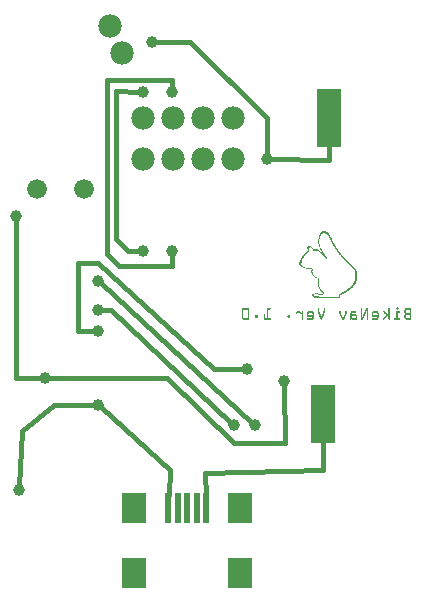
<source format=gbl>
G04 MADE WITH FRITZING*
G04 WWW.FRITZING.ORG*
G04 DOUBLE SIDED*
G04 HOLES PLATED*
G04 CONTOUR ON CENTER OF CONTOUR VECTOR*
%ASAXBY*%
%FSLAX23Y23*%
%MOIN*%
%OFA0B0*%
%SFA1.0B1.0*%
%ADD10C,0.039370*%
%ADD11C,0.078000*%
%ADD12C,0.066000*%
%ADD13R,0.019685X0.098425*%
%ADD14R,0.078740X0.098425*%
%ADD15R,0.078740X0.196850*%
%ADD16C,0.016000*%
%ADD17R,0.001000X0.001000*%
%LNCOPPER0*%
G90*
G70*
G54D10*
X729Y641D03*
X464Y355D03*
X906Y1851D03*
X975Y1684D03*
X877Y1684D03*
X975Y1152D03*
X877Y1152D03*
X454Y1271D03*
X552Y729D03*
X1349Y719D03*
X1251Y572D03*
X1182Y572D03*
X729Y1054D03*
X729Y956D03*
X1224Y759D03*
X729Y887D03*
X1290Y1458D03*
G54D11*
X877Y1595D03*
X977Y1595D03*
X1077Y1595D03*
X1177Y1595D03*
X877Y1459D03*
X977Y1459D03*
X1077Y1459D03*
X1177Y1459D03*
X808Y1812D03*
X767Y1903D03*
G54D12*
X523Y1359D03*
X680Y1359D03*
G54D13*
X1025Y296D03*
X1056Y296D03*
X962Y296D03*
X993Y296D03*
G54D14*
X847Y80D03*
X1202Y80D03*
X847Y296D03*
X1202Y296D03*
G54D13*
X1088Y296D03*
G54D15*
X1497Y1595D03*
X1477Y611D03*
G54D16*
X967Y424D02*
X963Y340D01*
D02*
X739Y632D02*
X967Y424D01*
D02*
X1497Y1457D02*
X1497Y1502D01*
D02*
X1304Y1458D02*
X1497Y1457D01*
D02*
X1477Y424D02*
X1084Y414D01*
D02*
X1084Y414D02*
X1086Y340D01*
D02*
X1477Y518D02*
X1477Y424D01*
D02*
X473Y552D02*
X464Y369D01*
D02*
X582Y641D02*
X473Y552D01*
D02*
X716Y641D02*
X582Y641D01*
D02*
X1291Y1596D02*
X1290Y1471D01*
D02*
X1034Y1851D02*
X1291Y1596D01*
D02*
X920Y1851D02*
X1034Y1851D01*
D02*
X789Y1192D02*
X828Y1152D01*
D02*
X828Y1152D02*
X863Y1152D01*
D02*
X789Y1685D02*
X789Y1192D01*
D02*
X863Y1684D02*
X789Y1685D01*
D02*
X799Y1104D02*
X974Y1104D01*
D02*
X974Y1104D02*
X975Y1139D01*
D02*
X758Y1142D02*
X799Y1104D01*
D02*
X975Y1697D02*
X974Y1723D01*
D02*
X758Y1723D02*
X758Y1142D01*
D02*
X974Y1723D02*
X758Y1723D01*
D02*
X454Y729D02*
X454Y1257D01*
D02*
X539Y729D02*
X454Y729D01*
D02*
X1350Y513D02*
X1181Y513D01*
D02*
X1181Y513D02*
X956Y729D01*
D02*
X956Y729D02*
X566Y729D01*
D02*
X1349Y706D02*
X1350Y513D01*
D02*
X739Y1045D02*
X1241Y581D01*
D02*
X770Y956D02*
X1172Y581D01*
D02*
X743Y956D02*
X770Y956D01*
D02*
X728Y1113D02*
X1113Y759D01*
D02*
X1113Y759D02*
X1211Y759D01*
D02*
X660Y1113D02*
X728Y1113D01*
D02*
X660Y887D02*
X660Y1113D01*
D02*
X716Y887D02*
X660Y887D01*
G36*
X1483Y1221D02*
X1483Y1220D01*
X1484Y1220D01*
X1484Y1220D01*
X1485Y1220D01*
X1485Y1220D01*
X1486Y1220D01*
X1486Y1219D01*
X1487Y1219D01*
X1487Y1219D01*
X1487Y1219D01*
X1487Y1219D01*
X1488Y1219D01*
X1488Y1218D01*
X1489Y1218D01*
X1489Y1218D01*
X1489Y1218D01*
X1489Y1217D01*
X1490Y1217D01*
X1490Y1217D01*
X1490Y1217D01*
X1490Y1217D01*
X1491Y1217D01*
X1491Y1216D01*
X1491Y1216D01*
X1491Y1216D01*
X1491Y1216D01*
X1491Y1216D01*
X1492Y1216D01*
X1492Y1215D01*
X1492Y1215D01*
X1492Y1215D01*
X1493Y1215D01*
X1493Y1214D01*
X1493Y1214D01*
X1493Y1214D01*
X1494Y1214D01*
X1494Y1213D01*
X1494Y1213D01*
X1494Y1213D01*
X1495Y1213D01*
X1495Y1212D01*
X1480Y1212D01*
X1480Y1212D01*
X1478Y1212D01*
X1478Y1212D01*
X1477Y1212D01*
X1477Y1211D01*
X1477Y1211D01*
X1477Y1211D01*
X1476Y1211D01*
X1476Y1211D01*
X1475Y1211D01*
X1475Y1210D01*
X1475Y1210D01*
X1475Y1210D01*
X1474Y1210D01*
X1474Y1210D01*
X1474Y1210D01*
X1474Y1209D01*
X1473Y1209D01*
X1473Y1209D01*
X1473Y1209D01*
X1473Y1208D01*
X1473Y1208D01*
X1473Y1208D01*
X1472Y1208D01*
X1472Y1208D01*
X1472Y1208D01*
X1472Y1207D01*
X1472Y1207D01*
X1472Y1207D01*
X1471Y1207D01*
X1471Y1206D01*
X1471Y1206D01*
X1471Y1206D01*
X1471Y1206D01*
X1471Y1205D01*
X1470Y1205D01*
X1470Y1205D01*
X1470Y1205D01*
X1470Y1205D01*
X1470Y1205D01*
X1470Y1204D01*
X1469Y1204D01*
X1469Y1203D01*
X1469Y1203D01*
X1469Y1203D01*
X1469Y1203D01*
X1469Y1202D01*
X1469Y1202D01*
X1469Y1201D01*
X1468Y1201D01*
X1468Y1200D01*
X1468Y1200D01*
X1468Y1199D01*
X1468Y1199D01*
X1468Y1198D01*
X1467Y1198D01*
X1467Y1197D01*
X1467Y1197D01*
X1467Y1196D01*
X1467Y1196D01*
X1467Y1195D01*
X1466Y1195D01*
X1466Y1194D01*
X1466Y1194D01*
X1466Y1193D01*
X1466Y1193D01*
X1466Y1192D01*
X1465Y1192D01*
X1465Y1191D01*
X1465Y1191D01*
X1465Y1188D01*
X1465Y1188D01*
X1465Y1186D01*
X1464Y1186D01*
X1464Y1184D01*
X1464Y1184D01*
X1464Y1181D01*
X1464Y1181D01*
X1464Y1180D01*
X1465Y1180D01*
X1465Y1178D01*
X1465Y1178D01*
X1465Y1177D01*
X1465Y1177D01*
X1465Y1176D01*
X1466Y1176D01*
X1466Y1175D01*
X1466Y1175D01*
X1466Y1173D01*
X1466Y1173D01*
X1466Y1173D01*
X1467Y1173D01*
X1467Y1172D01*
X1467Y1172D01*
X1467Y1171D01*
X1467Y1171D01*
X1467Y1169D01*
X1468Y1169D01*
X1468Y1168D01*
X1468Y1168D01*
X1468Y1167D01*
X1468Y1167D01*
X1468Y1166D01*
X1469Y1166D01*
X1469Y1165D01*
X1469Y1165D01*
X1469Y1165D01*
X1469Y1165D01*
X1469Y1164D01*
X1469Y1164D01*
X1469Y1163D01*
X1470Y1163D01*
X1470Y1162D01*
X1470Y1162D01*
X1470Y1162D01*
X1470Y1162D01*
X1470Y1161D01*
X1471Y1161D01*
X1471Y1160D01*
X1471Y1160D01*
X1471Y1159D01*
X1472Y1159D01*
X1472Y1158D01*
X1472Y1158D01*
X1472Y1158D01*
X1472Y1158D01*
X1472Y1158D01*
X1473Y1158D01*
X1473Y1157D01*
X1473Y1157D01*
X1473Y1156D01*
X1473Y1156D01*
X1473Y1156D01*
X1474Y1156D01*
X1474Y1155D01*
X1474Y1155D01*
X1474Y1155D01*
X1474Y1155D01*
X1474Y1154D01*
X1475Y1154D01*
X1475Y1154D01*
X1475Y1154D01*
X1475Y1153D01*
X1475Y1153D01*
X1475Y1153D01*
X1476Y1153D01*
X1476Y1152D01*
X1476Y1152D01*
X1476Y1152D01*
X1476Y1152D01*
X1476Y1151D01*
X1477Y1151D01*
X1477Y1150D01*
X1477Y1150D01*
X1477Y1150D01*
X1477Y1150D01*
X1477Y1150D01*
X1478Y1150D01*
X1478Y1149D01*
X1478Y1149D01*
X1478Y1148D01*
X1478Y1148D01*
X1478Y1148D01*
X1478Y1148D01*
X1478Y1147D01*
X1479Y1147D01*
X1479Y1147D01*
X1479Y1147D01*
X1479Y1146D01*
X1479Y1146D01*
X1479Y1146D01*
X1480Y1146D01*
X1480Y1146D01*
X1480Y1146D01*
X1480Y1145D01*
X1480Y1145D01*
X1480Y1145D01*
X1477Y1145D01*
X1477Y1146D01*
X1477Y1146D01*
X1477Y1146D01*
X1476Y1146D01*
X1476Y1146D01*
X1476Y1146D01*
X1476Y1147D01*
X1476Y1147D01*
X1476Y1147D01*
X1475Y1147D01*
X1475Y1148D01*
X1475Y1148D01*
X1475Y1148D01*
X1475Y1148D01*
X1475Y1149D01*
X1474Y1149D01*
X1474Y1149D01*
X1474Y1149D01*
X1474Y1150D01*
X1474Y1150D01*
X1474Y1151D01*
X1473Y1151D01*
X1473Y1151D01*
X1473Y1151D01*
X1473Y1152D01*
X1473Y1152D01*
X1473Y1152D01*
X1472Y1152D01*
X1472Y1153D01*
X1472Y1153D01*
X1472Y1153D01*
X1472Y1153D01*
X1472Y1154D01*
X1471Y1154D01*
X1471Y1155D01*
X1471Y1155D01*
X1471Y1155D01*
X1471Y1155D01*
X1471Y1156D01*
X1470Y1156D01*
X1470Y1156D01*
X1470Y1156D01*
X1470Y1156D01*
X1470Y1156D01*
X1470Y1157D01*
X1469Y1157D01*
X1469Y1158D01*
X1469Y1158D01*
X1469Y1158D01*
X1469Y1158D01*
X1469Y1160D01*
X1469Y1160D01*
X1469Y1161D01*
X1468Y1161D01*
X1468Y1161D01*
X1468Y1161D01*
X1468Y1162D01*
X1468Y1162D01*
X1468Y1163D01*
X1467Y1163D01*
X1467Y1163D01*
X1467Y1163D01*
X1467Y1164D01*
X1467Y1164D01*
X1467Y1165D01*
X1466Y1165D01*
X1466Y1165D01*
X1466Y1165D01*
X1466Y1166D01*
X1466Y1166D01*
X1466Y1167D01*
X1465Y1167D01*
X1465Y1168D01*
X1465Y1168D01*
X1465Y1170D01*
X1465Y1170D01*
X1465Y1170D01*
X1464Y1170D01*
X1464Y1171D01*
X1464Y1171D01*
X1464Y1172D01*
X1464Y1172D01*
X1464Y1173D01*
X1463Y1173D01*
X1463Y1174D01*
X1463Y1174D01*
X1463Y1175D01*
X1463Y1175D01*
X1463Y1176D01*
X1462Y1176D01*
X1462Y1177D01*
X1462Y1177D01*
X1462Y1178D01*
X1462Y1178D01*
X1462Y1180D01*
X1461Y1180D01*
X1461Y1181D01*
X1461Y1181D01*
X1461Y1183D01*
X1461Y1183D01*
X1461Y1185D01*
X1462Y1185D01*
X1462Y1188D01*
X1462Y1188D01*
X1462Y1193D01*
X1462Y1193D01*
X1462Y1194D01*
X1463Y1194D01*
X1463Y1195D01*
X1463Y1195D01*
X1463Y1198D01*
X1463Y1198D01*
X1463Y1199D01*
X1464Y1199D01*
X1464Y1200D01*
X1464Y1200D01*
X1464Y1202D01*
X1464Y1202D01*
X1464Y1203D01*
X1465Y1203D01*
X1465Y1203D01*
X1465Y1203D01*
X1465Y1205D01*
X1465Y1205D01*
X1465Y1206D01*
X1466Y1206D01*
X1466Y1206D01*
X1466Y1206D01*
X1466Y1208D01*
X1466Y1208D01*
X1466Y1208D01*
X1467Y1208D01*
X1467Y1209D01*
X1467Y1209D01*
X1467Y1210D01*
X1467Y1210D01*
X1467Y1210D01*
X1468Y1210D01*
X1468Y1211D01*
X1468Y1211D01*
X1468Y1212D01*
X1468Y1212D01*
X1468Y1212D01*
X1469Y1212D01*
X1469Y1213D01*
X1469Y1213D01*
X1469Y1213D01*
X1469Y1213D01*
X1469Y1214D01*
X1470Y1214D01*
X1470Y1215D01*
X1470Y1215D01*
X1470Y1215D01*
X1471Y1215D01*
X1471Y1216D01*
X1471Y1216D01*
X1471Y1216D01*
X1471Y1216D01*
X1471Y1216D01*
X1472Y1216D01*
X1472Y1217D01*
X1472Y1217D01*
X1472Y1217D01*
X1472Y1217D01*
X1472Y1217D01*
X1473Y1217D01*
X1473Y1218D01*
X1473Y1218D01*
X1473Y1218D01*
X1474Y1218D01*
X1474Y1219D01*
X1475Y1219D01*
X1475Y1219D01*
X1475Y1219D01*
X1475Y1219D01*
X1476Y1219D01*
X1476Y1220D01*
X1477Y1220D01*
X1477Y1220D01*
X1477Y1220D01*
X1477Y1220D01*
X1478Y1220D01*
X1478Y1221D01*
X1483Y1221D01*
G37*
D02*
G36*
X1495Y1212D02*
X1495Y1212D01*
X1496Y1212D01*
X1496Y1212D01*
X1496Y1212D01*
X1496Y1211D01*
X1496Y1211D01*
X1496Y1211D01*
X1497Y1211D01*
X1497Y1210D01*
X1497Y1210D01*
X1497Y1210D01*
X1497Y1210D01*
X1497Y1209D01*
X1498Y1209D01*
X1498Y1209D01*
X1498Y1209D01*
X1498Y1208D01*
X1498Y1208D01*
X1498Y1208D01*
X1498Y1208D01*
X1498Y1208D01*
X1499Y1208D01*
X1499Y1207D01*
X1499Y1207D01*
X1499Y1206D01*
X1499Y1206D01*
X1499Y1206D01*
X1500Y1206D01*
X1500Y1205D01*
X1500Y1205D01*
X1500Y1205D01*
X1500Y1205D01*
X1500Y1205D01*
X1501Y1205D01*
X1501Y1204D01*
X1501Y1204D01*
X1501Y1203D01*
X1501Y1203D01*
X1501Y1203D01*
X1502Y1203D01*
X1502Y1202D01*
X1502Y1202D01*
X1502Y1202D01*
X1502Y1202D01*
X1502Y1201D01*
X1503Y1201D01*
X1503Y1200D01*
X1503Y1200D01*
X1503Y1200D01*
X1503Y1200D01*
X1503Y1199D01*
X1504Y1199D01*
X1504Y1198D01*
X1504Y1198D01*
X1504Y1198D01*
X1504Y1198D01*
X1504Y1197D01*
X1505Y1197D01*
X1505Y1196D01*
X1505Y1196D01*
X1505Y1195D01*
X1505Y1195D01*
X1505Y1195D01*
X1506Y1195D01*
X1506Y1194D01*
X1506Y1194D01*
X1506Y1194D01*
X1506Y1194D01*
X1506Y1193D01*
X1507Y1193D01*
X1507Y1192D01*
X1507Y1192D01*
X1507Y1191D01*
X1507Y1191D01*
X1507Y1191D01*
X1507Y1191D01*
X1507Y1189D01*
X1508Y1189D01*
X1508Y1188D01*
X1508Y1188D01*
X1508Y1188D01*
X1508Y1188D01*
X1508Y1187D01*
X1509Y1187D01*
X1509Y1186D01*
X1509Y1186D01*
X1509Y1186D01*
X1509Y1186D01*
X1509Y1185D01*
X1510Y1185D01*
X1510Y1184D01*
X1510Y1184D01*
X1510Y1184D01*
X1510Y1184D01*
X1510Y1183D01*
X1511Y1183D01*
X1511Y1183D01*
X1511Y1183D01*
X1511Y1182D01*
X1511Y1182D01*
X1511Y1181D01*
X1512Y1181D01*
X1512Y1181D01*
X1512Y1181D01*
X1512Y1180D01*
X1512Y1180D01*
X1512Y1179D01*
X1513Y1179D01*
X1513Y1179D01*
X1513Y1179D01*
X1513Y1178D01*
X1513Y1178D01*
X1513Y1178D01*
X1514Y1178D01*
X1514Y1177D01*
X1514Y1177D01*
X1514Y1177D01*
X1514Y1177D01*
X1514Y1176D01*
X1515Y1176D01*
X1515Y1176D01*
X1515Y1176D01*
X1515Y1175D01*
X1515Y1175D01*
X1515Y1175D01*
X1516Y1175D01*
X1516Y1174D01*
X1516Y1174D01*
X1516Y1173D01*
X1517Y1173D01*
X1517Y1173D01*
X1517Y1173D01*
X1517Y1173D01*
X1517Y1173D01*
X1517Y1172D01*
X1517Y1172D01*
X1517Y1171D01*
X1518Y1171D01*
X1518Y1171D01*
X1518Y1171D01*
X1518Y1170D01*
X1518Y1170D01*
X1518Y1170D01*
X1519Y1170D01*
X1519Y1169D01*
X1519Y1169D01*
X1519Y1169D01*
X1519Y1169D01*
X1519Y1168D01*
X1520Y1168D01*
X1520Y1168D01*
X1520Y1168D01*
X1520Y1167D01*
X1520Y1167D01*
X1520Y1167D01*
X1521Y1167D01*
X1521Y1166D01*
X1521Y1166D01*
X1521Y1166D01*
X1521Y1166D01*
X1521Y1165D01*
X1522Y1165D01*
X1522Y1165D01*
X1522Y1165D01*
X1522Y1165D01*
X1522Y1165D01*
X1522Y1164D01*
X1523Y1164D01*
X1523Y1163D01*
X1523Y1163D01*
X1523Y1163D01*
X1524Y1163D01*
X1524Y1162D01*
X1524Y1162D01*
X1524Y1162D01*
X1524Y1162D01*
X1524Y1161D01*
X1525Y1161D01*
X1525Y1160D01*
X1526Y1160D01*
X1526Y1159D01*
X1526Y1159D01*
X1526Y1159D01*
X1526Y1159D01*
X1526Y1158D01*
X1527Y1158D01*
X1527Y1158D01*
X1527Y1158D01*
X1527Y1157D01*
X1527Y1157D01*
X1527Y1156D01*
X1528Y1156D01*
X1528Y1156D01*
X1528Y1156D01*
X1528Y1155D01*
X1528Y1155D01*
X1528Y1155D01*
X1529Y1155D01*
X1529Y1155D01*
X1529Y1155D01*
X1529Y1154D01*
X1529Y1154D01*
X1529Y1154D01*
X1530Y1154D01*
X1530Y1153D01*
X1530Y1153D01*
X1530Y1153D01*
X1530Y1153D01*
X1530Y1153D01*
X1531Y1153D01*
X1531Y1152D01*
X1531Y1152D01*
X1531Y1151D01*
X1532Y1151D01*
X1532Y1150D01*
X1532Y1150D01*
X1532Y1150D01*
X1533Y1150D01*
X1533Y1149D01*
X1533Y1149D01*
X1533Y1149D01*
X1533Y1149D01*
X1533Y1148D01*
X1534Y1148D01*
X1534Y1148D01*
X1534Y1148D01*
X1534Y1147D01*
X1535Y1147D01*
X1535Y1146D01*
X1535Y1146D01*
X1535Y1146D01*
X1536Y1146D01*
X1536Y1146D01*
X1536Y1146D01*
X1536Y1145D01*
X1536Y1145D01*
X1536Y1145D01*
X1536Y1145D01*
X1536Y1145D01*
X1537Y1145D01*
X1537Y1144D01*
X1537Y1144D01*
X1537Y1144D01*
X1537Y1144D01*
X1537Y1143D01*
X1538Y1143D01*
X1538Y1143D01*
X1538Y1143D01*
X1538Y1142D01*
X1539Y1142D01*
X1539Y1142D01*
X1539Y1142D01*
X1539Y1141D01*
X1539Y1141D01*
X1539Y1141D01*
X1540Y1141D01*
X1540Y1140D01*
X1540Y1140D01*
X1540Y1140D01*
X1540Y1140D01*
X1540Y1140D01*
X1541Y1140D01*
X1541Y1139D01*
X1541Y1139D01*
X1541Y1139D01*
X1541Y1139D01*
X1541Y1138D01*
X1542Y1138D01*
X1542Y1138D01*
X1542Y1138D01*
X1542Y1138D01*
X1542Y1138D01*
X1542Y1137D01*
X1543Y1137D01*
X1543Y1137D01*
X1543Y1137D01*
X1543Y1136D01*
X1544Y1136D01*
X1544Y1136D01*
X1544Y1136D01*
X1544Y1135D01*
X1545Y1135D01*
X1545Y1135D01*
X1545Y1135D01*
X1545Y1134D01*
X1546Y1134D01*
X1546Y1133D01*
X1546Y1133D01*
X1546Y1133D01*
X1546Y1133D01*
X1546Y1133D01*
X1547Y1133D01*
X1547Y1132D01*
X1547Y1132D01*
X1547Y1132D01*
X1548Y1132D01*
X1548Y1131D01*
X1548Y1131D01*
X1548Y1131D01*
X1549Y1131D01*
X1549Y1130D01*
X1549Y1130D01*
X1549Y1130D01*
X1550Y1130D01*
X1550Y1129D01*
X1550Y1129D01*
X1550Y1129D01*
X1550Y1129D01*
X1550Y1128D01*
X1551Y1128D01*
X1551Y1128D01*
X1551Y1128D01*
X1551Y1128D01*
X1551Y1128D01*
X1551Y1127D01*
X1552Y1127D01*
X1552Y1127D01*
X1552Y1127D01*
X1552Y1127D01*
X1552Y1127D01*
X1552Y1126D01*
X1553Y1126D01*
X1553Y1126D01*
X1553Y1126D01*
X1553Y1126D01*
X1553Y1126D01*
X1553Y1126D01*
X1554Y1126D01*
X1554Y1125D01*
X1554Y1125D01*
X1554Y1125D01*
X1554Y1125D01*
X1554Y1125D01*
X1555Y1125D01*
X1555Y1124D01*
X1555Y1124D01*
X1555Y1124D01*
X1555Y1124D01*
X1555Y1124D01*
X1555Y1124D01*
X1555Y1123D01*
X1556Y1123D01*
X1556Y1123D01*
X1556Y1123D01*
X1556Y1122D01*
X1556Y1122D01*
X1556Y1122D01*
X1557Y1122D01*
X1557Y1122D01*
X1557Y1122D01*
X1557Y1121D01*
X1557Y1121D01*
X1557Y1121D01*
X1558Y1121D01*
X1558Y1121D01*
X1558Y1121D01*
X1558Y1120D01*
X1558Y1120D01*
X1558Y1120D01*
X1559Y1120D01*
X1559Y1120D01*
X1559Y1120D01*
X1559Y1119D01*
X1559Y1119D01*
X1559Y1119D01*
X1560Y1119D01*
X1560Y1119D01*
X1560Y1119D01*
X1560Y1118D01*
X1560Y1118D01*
X1560Y1118D01*
X1561Y1118D01*
X1561Y1118D01*
X1561Y1118D01*
X1561Y1117D01*
X1561Y1117D01*
X1561Y1117D01*
X1562Y1117D01*
X1562Y1117D01*
X1562Y1117D01*
X1562Y1117D01*
X1562Y1117D01*
X1562Y1116D01*
X1563Y1116D01*
X1563Y1116D01*
X1563Y1116D01*
X1563Y1116D01*
X1563Y1116D01*
X1563Y1115D01*
X1564Y1115D01*
X1564Y1115D01*
X1564Y1115D01*
X1564Y1115D01*
X1564Y1115D01*
X1564Y1114D01*
X1565Y1114D01*
X1565Y1114D01*
X1565Y1114D01*
X1565Y1114D01*
X1565Y1114D01*
X1565Y1113D01*
X1565Y1113D01*
X1565Y1113D01*
X1566Y1113D01*
X1566Y1113D01*
X1566Y1113D01*
X1566Y1112D01*
X1566Y1112D01*
X1566Y1112D01*
X1567Y1112D01*
X1567Y1112D01*
X1567Y1112D01*
X1567Y1111D01*
X1567Y1111D01*
X1567Y1111D01*
X1568Y1111D01*
X1568Y1111D01*
X1568Y1111D01*
X1568Y1110D01*
X1568Y1110D01*
X1568Y1110D01*
X1569Y1110D01*
X1569Y1110D01*
X1569Y1110D01*
X1569Y1109D01*
X1569Y1109D01*
X1569Y1109D01*
X1570Y1109D01*
X1570Y1109D01*
X1570Y1109D01*
X1570Y1108D01*
X1570Y1108D01*
X1570Y1108D01*
X1571Y1108D01*
X1571Y1108D01*
X1571Y1108D01*
X1571Y1107D01*
X1571Y1107D01*
X1571Y1107D01*
X1572Y1107D01*
X1572Y1107D01*
X1572Y1107D01*
X1572Y1107D01*
X1572Y1107D01*
X1572Y1106D01*
X1573Y1106D01*
X1573Y1106D01*
X1573Y1106D01*
X1573Y1106D01*
X1573Y1106D01*
X1573Y1105D01*
X1574Y1105D01*
X1574Y1105D01*
X1574Y1105D01*
X1574Y1105D01*
X1574Y1105D01*
X1574Y1104D01*
X1575Y1104D01*
X1575Y1104D01*
X1575Y1104D01*
X1575Y1104D01*
X1575Y1104D01*
X1575Y1103D01*
X1575Y1103D01*
X1575Y1103D01*
X1576Y1103D01*
X1576Y1103D01*
X1576Y1103D01*
X1576Y1102D01*
X1577Y1102D01*
X1577Y1102D01*
X1577Y1102D01*
X1577Y1102D01*
X1577Y1102D01*
X1577Y1101D01*
X1578Y1101D01*
X1578Y1101D01*
X1578Y1101D01*
X1578Y1101D01*
X1578Y1101D01*
X1578Y1100D01*
X1579Y1100D01*
X1579Y1100D01*
X1579Y1100D01*
X1579Y1100D01*
X1579Y1100D01*
X1579Y1099D01*
X1580Y1099D01*
X1580Y1099D01*
X1580Y1099D01*
X1580Y1099D01*
X1580Y1099D01*
X1580Y1098D01*
X1581Y1098D01*
X1581Y1098D01*
X1581Y1098D01*
X1581Y1098D01*
X1581Y1098D01*
X1581Y1097D01*
X1582Y1097D01*
X1582Y1097D01*
X1582Y1097D01*
X1582Y1097D01*
X1582Y1097D01*
X1582Y1097D01*
X1583Y1097D01*
X1583Y1096D01*
X1583Y1096D01*
X1583Y1096D01*
X1583Y1096D01*
X1583Y1096D01*
X1584Y1096D01*
X1584Y1095D01*
X1584Y1095D01*
X1584Y1095D01*
X1584Y1095D01*
X1584Y1095D01*
X1584Y1095D01*
X1584Y1094D01*
X1585Y1094D01*
X1585Y1094D01*
X1585Y1094D01*
X1585Y1094D01*
X1585Y1094D01*
X1585Y1093D01*
X1586Y1093D01*
X1586Y1093D01*
X1586Y1093D01*
X1586Y1093D01*
X1587Y1093D01*
X1587Y1092D01*
X1587Y1092D01*
X1587Y1092D01*
X1587Y1092D01*
X1587Y1091D01*
X1588Y1091D01*
X1588Y1091D01*
X1588Y1091D01*
X1588Y1090D01*
X1588Y1090D01*
X1588Y1089D01*
X1589Y1089D01*
X1589Y1089D01*
X1589Y1089D01*
X1589Y1088D01*
X1589Y1088D01*
X1589Y1087D01*
X1590Y1087D01*
X1590Y1087D01*
X1590Y1087D01*
X1590Y1086D01*
X1590Y1086D01*
X1590Y1084D01*
X1591Y1084D01*
X1591Y1083D01*
X1591Y1083D01*
X1591Y1082D01*
X1591Y1082D01*
X1591Y1079D01*
X1592Y1079D01*
X1592Y1076D01*
X1592Y1076D01*
X1592Y1069D01*
X1592Y1069D01*
X1592Y1066D01*
X1591Y1066D01*
X1591Y1062D01*
X1591Y1062D01*
X1591Y1060D01*
X1591Y1060D01*
X1591Y1059D01*
X1590Y1059D01*
X1590Y1057D01*
X1590Y1057D01*
X1590Y1056D01*
X1590Y1056D01*
X1590Y1054D01*
X1589Y1054D01*
X1589Y1053D01*
X1589Y1053D01*
X1589Y1052D01*
X1589Y1052D01*
X1589Y1051D01*
X1588Y1051D01*
X1588Y1049D01*
X1588Y1049D01*
X1588Y1049D01*
X1588Y1049D01*
X1588Y1048D01*
X1587Y1048D01*
X1587Y1047D01*
X1587Y1047D01*
X1587Y1046D01*
X1587Y1046D01*
X1587Y1046D01*
X1586Y1046D01*
X1586Y1045D01*
X1586Y1045D01*
X1586Y1044D01*
X1586Y1044D01*
X1586Y1044D01*
X1585Y1044D01*
X1585Y1043D01*
X1585Y1043D01*
X1585Y1042D01*
X1585Y1042D01*
X1585Y1042D01*
X1584Y1042D01*
X1584Y1041D01*
X1584Y1041D01*
X1584Y1041D01*
X1584Y1041D01*
X1584Y1040D01*
X1584Y1040D01*
X1584Y1040D01*
X1583Y1040D01*
X1583Y1040D01*
X1583Y1040D01*
X1583Y1039D01*
X1583Y1039D01*
X1583Y1039D01*
X1582Y1039D01*
X1582Y1038D01*
X1582Y1038D01*
X1582Y1038D01*
X1581Y1038D01*
X1581Y1037D01*
X1581Y1037D01*
X1581Y1037D01*
X1580Y1037D01*
X1580Y1036D01*
X1580Y1036D01*
X1580Y1036D01*
X1580Y1036D01*
X1580Y1035D01*
X1579Y1035D01*
X1579Y1035D01*
X1579Y1035D01*
X1579Y1035D01*
X1579Y1035D01*
X1579Y1034D01*
X1578Y1034D01*
X1578Y1034D01*
X1578Y1034D01*
X1578Y1034D01*
X1578Y1034D01*
X1578Y1033D01*
X1577Y1033D01*
X1577Y1033D01*
X1577Y1033D01*
X1577Y1033D01*
X1577Y1033D01*
X1577Y1032D01*
X1576Y1032D01*
X1576Y1032D01*
X1576Y1032D01*
X1576Y1031D01*
X1575Y1031D01*
X1575Y1031D01*
X1575Y1031D01*
X1575Y1031D01*
X1575Y1031D01*
X1575Y1030D01*
X1575Y1030D01*
X1575Y1030D01*
X1574Y1030D01*
X1574Y1030D01*
X1574Y1030D01*
X1574Y1030D01*
X1573Y1030D01*
X1573Y1029D01*
X1573Y1029D01*
X1573Y1029D01*
X1573Y1029D01*
X1573Y1029D01*
X1572Y1029D01*
X1572Y1028D01*
X1572Y1028D01*
X1572Y1028D01*
X1571Y1028D01*
X1571Y1028D01*
X1571Y1028D01*
X1571Y1027D01*
X1570Y1027D01*
X1570Y1026D01*
X1570Y1026D01*
X1570Y1026D01*
X1569Y1026D01*
X1569Y1026D01*
X1569Y1026D01*
X1569Y1025D01*
X1568Y1025D01*
X1568Y1025D01*
X1568Y1025D01*
X1568Y1025D01*
X1567Y1025D01*
X1567Y1024D01*
X1567Y1024D01*
X1567Y1024D01*
X1566Y1024D01*
X1566Y1024D01*
X1566Y1024D01*
X1566Y1023D01*
X1566Y1023D01*
X1566Y1023D01*
X1565Y1023D01*
X1565Y1023D01*
X1565Y1023D01*
X1565Y1022D01*
X1565Y1022D01*
X1565Y1022D01*
X1564Y1022D01*
X1564Y1022D01*
X1563Y1022D01*
X1563Y1021D01*
X1562Y1021D01*
X1562Y1021D01*
X1562Y1021D01*
X1562Y1020D01*
X1561Y1020D01*
X1561Y1020D01*
X1561Y1020D01*
X1561Y1020D01*
X1560Y1020D01*
X1560Y1019D01*
X1559Y1019D01*
X1559Y1019D01*
X1559Y1019D01*
X1559Y1018D01*
X1558Y1018D01*
X1558Y1018D01*
X1558Y1018D01*
X1558Y1018D01*
X1557Y1018D01*
X1557Y1017D01*
X1556Y1017D01*
X1556Y1017D01*
X1556Y1017D01*
X1556Y1016D01*
X1555Y1016D01*
X1555Y1016D01*
X1555Y1016D01*
X1555Y1015D01*
X1554Y1015D01*
X1554Y1015D01*
X1553Y1015D01*
X1553Y1015D01*
X1553Y1015D01*
X1553Y1014D01*
X1552Y1014D01*
X1552Y1014D01*
X1552Y1014D01*
X1552Y1014D01*
X1551Y1014D01*
X1551Y1013D01*
X1551Y1013D01*
X1551Y1013D01*
X1550Y1013D01*
X1550Y1013D01*
X1550Y1013D01*
X1550Y1012D01*
X1549Y1012D01*
X1549Y1012D01*
X1548Y1012D01*
X1548Y1012D01*
X1548Y1012D01*
X1548Y1011D01*
X1547Y1011D01*
X1547Y1011D01*
X1547Y1011D01*
X1547Y1011D01*
X1546Y1011D01*
X1546Y1011D01*
X1546Y1011D01*
X1546Y1010D01*
X1545Y1010D01*
X1545Y1010D01*
X1545Y1010D01*
X1545Y1010D01*
X1544Y1010D01*
X1544Y1009D01*
X1543Y1009D01*
X1543Y1009D01*
X1543Y1009D01*
X1543Y1009D01*
X1542Y1009D01*
X1542Y1008D01*
X1542Y1008D01*
X1542Y1008D01*
X1541Y1008D01*
X1541Y1008D01*
X1540Y1008D01*
X1540Y1007D01*
X1540Y1007D01*
X1540Y1007D01*
X1539Y1007D01*
X1539Y1007D01*
X1538Y1007D01*
X1538Y1006D01*
X1538Y1006D01*
X1538Y1006D01*
X1537Y1006D01*
X1537Y1006D01*
X1536Y1006D01*
X1536Y1005D01*
X1536Y1005D01*
X1536Y1005D01*
X1536Y1005D01*
X1536Y1005D01*
X1535Y1005D01*
X1535Y1004D01*
X1535Y1004D01*
X1535Y1004D01*
X1534Y1004D01*
X1534Y1004D01*
X1534Y1004D01*
X1534Y1001D01*
X1529Y1001D01*
X1529Y1001D01*
X1529Y1001D01*
X1529Y1001D01*
X1530Y1001D01*
X1530Y1001D01*
X1530Y1001D01*
X1530Y1008D01*
X1530Y1008D01*
X1530Y1009D01*
X1531Y1009D01*
X1531Y1009D01*
X1532Y1009D01*
X1532Y1009D01*
X1532Y1009D01*
X1532Y1010D01*
X1533Y1010D01*
X1533Y1010D01*
X1534Y1010D01*
X1534Y1011D01*
X1535Y1011D01*
X1535Y1011D01*
X1536Y1011D01*
X1536Y1011D01*
X1536Y1011D01*
X1536Y1011D01*
X1537Y1011D01*
X1537Y1012D01*
X1537Y1012D01*
X1537Y1012D01*
X1538Y1012D01*
X1538Y1012D01*
X1538Y1012D01*
X1538Y1013D01*
X1539Y1013D01*
X1539Y1013D01*
X1539Y1013D01*
X1539Y1013D01*
X1540Y1013D01*
X1540Y1014D01*
X1541Y1014D01*
X1541Y1014D01*
X1541Y1014D01*
X1541Y1014D01*
X1542Y1014D01*
X1542Y1015D01*
X1542Y1015D01*
X1542Y1015D01*
X1543Y1015D01*
X1543Y1015D01*
X1544Y1015D01*
X1544Y1016D01*
X1544Y1016D01*
X1544Y1016D01*
X1545Y1016D01*
X1545Y1016D01*
X1546Y1016D01*
X1546Y1017D01*
X1546Y1017D01*
X1546Y1017D01*
X1546Y1017D01*
X1546Y1017D01*
X1547Y1017D01*
X1547Y1018D01*
X1547Y1018D01*
X1547Y1018D01*
X1547Y1018D01*
X1547Y1018D01*
X1548Y1018D01*
X1548Y1019D01*
X1549Y1019D01*
X1549Y1019D01*
X1549Y1019D01*
X1549Y1019D01*
X1550Y1019D01*
X1550Y1020D01*
X1550Y1020D01*
X1550Y1020D01*
X1551Y1020D01*
X1551Y1020D01*
X1552Y1020D01*
X1552Y1021D01*
X1552Y1021D01*
X1552Y1021D01*
X1552Y1021D01*
X1552Y1021D01*
X1553Y1021D01*
X1553Y1021D01*
X1554Y1021D01*
X1554Y1022D01*
X1555Y1022D01*
X1555Y1022D01*
X1555Y1022D01*
X1555Y1023D01*
X1555Y1023D01*
X1555Y1023D01*
X1556Y1023D01*
X1556Y1023D01*
X1556Y1023D01*
X1556Y1024D01*
X1557Y1024D01*
X1557Y1024D01*
X1558Y1024D01*
X1558Y1025D01*
X1558Y1025D01*
X1558Y1025D01*
X1559Y1025D01*
X1559Y1025D01*
X1559Y1025D01*
X1559Y1026D01*
X1560Y1026D01*
X1560Y1027D01*
X1561Y1027D01*
X1561Y1027D01*
X1561Y1027D01*
X1561Y1027D01*
X1562Y1027D01*
X1562Y1028D01*
X1562Y1028D01*
X1562Y1028D01*
X1563Y1028D01*
X1563Y1028D01*
X1563Y1028D01*
X1563Y1029D01*
X1563Y1029D01*
X1563Y1029D01*
X1564Y1029D01*
X1564Y1029D01*
X1565Y1029D01*
X1565Y1030D01*
X1565Y1030D01*
X1565Y1030D01*
X1565Y1030D01*
X1565Y1030D01*
X1566Y1030D01*
X1566Y1031D01*
X1566Y1031D01*
X1566Y1031D01*
X1567Y1031D01*
X1567Y1031D01*
X1567Y1031D01*
X1567Y1032D01*
X1567Y1032D01*
X1567Y1032D01*
X1568Y1032D01*
X1568Y1032D01*
X1568Y1032D01*
X1568Y1033D01*
X1569Y1033D01*
X1569Y1033D01*
X1569Y1033D01*
X1569Y1034D01*
X1570Y1034D01*
X1570Y1034D01*
X1570Y1034D01*
X1570Y1035D01*
X1571Y1035D01*
X1571Y1035D01*
X1571Y1035D01*
X1571Y1035D01*
X1571Y1035D01*
X1571Y1036D01*
X1572Y1036D01*
X1572Y1036D01*
X1572Y1036D01*
X1572Y1037D01*
X1573Y1037D01*
X1573Y1037D01*
X1573Y1037D01*
X1573Y1038D01*
X1574Y1038D01*
X1574Y1038D01*
X1574Y1038D01*
X1574Y1039D01*
X1575Y1039D01*
X1575Y1039D01*
X1575Y1039D01*
X1575Y1040D01*
X1575Y1040D01*
X1575Y1040D01*
X1575Y1040D01*
X1575Y1040D01*
X1576Y1040D01*
X1576Y1041D01*
X1576Y1041D01*
X1576Y1041D01*
X1576Y1041D01*
X1576Y1041D01*
X1577Y1041D01*
X1577Y1042D01*
X1577Y1042D01*
X1577Y1042D01*
X1577Y1042D01*
X1577Y1042D01*
X1578Y1042D01*
X1578Y1043D01*
X1578Y1043D01*
X1578Y1043D01*
X1579Y1043D01*
X1579Y1044D01*
X1579Y1044D01*
X1579Y1045D01*
X1579Y1045D01*
X1579Y1045D01*
X1580Y1045D01*
X1580Y1047D01*
X1580Y1047D01*
X1580Y1047D01*
X1580Y1047D01*
X1580Y1048D01*
X1581Y1048D01*
X1581Y1049D01*
X1581Y1049D01*
X1581Y1049D01*
X1581Y1049D01*
X1581Y1050D01*
X1582Y1050D01*
X1582Y1051D01*
X1582Y1051D01*
X1582Y1052D01*
X1582Y1052D01*
X1582Y1052D01*
X1583Y1052D01*
X1583Y1054D01*
X1583Y1054D01*
X1583Y1055D01*
X1583Y1055D01*
X1583Y1056D01*
X1584Y1056D01*
X1584Y1058D01*
X1584Y1058D01*
X1584Y1059D01*
X1584Y1059D01*
X1584Y1061D01*
X1584Y1061D01*
X1584Y1064D01*
X1585Y1064D01*
X1585Y1066D01*
X1585Y1066D01*
X1585Y1069D01*
X1585Y1069D01*
X1585Y1076D01*
X1585Y1076D01*
X1585Y1078D01*
X1585Y1078D01*
X1585Y1080D01*
X1584Y1080D01*
X1584Y1083D01*
X1584Y1083D01*
X1584Y1084D01*
X1584Y1084D01*
X1584Y1085D01*
X1584Y1085D01*
X1584Y1087D01*
X1583Y1087D01*
X1583Y1087D01*
X1583Y1087D01*
X1583Y1088D01*
X1583Y1088D01*
X1583Y1088D01*
X1582Y1088D01*
X1582Y1089D01*
X1582Y1089D01*
X1582Y1089D01*
X1582Y1089D01*
X1582Y1090D01*
X1581Y1090D01*
X1581Y1090D01*
X1581Y1090D01*
X1581Y1091D01*
X1580Y1091D01*
X1580Y1091D01*
X1580Y1091D01*
X1580Y1092D01*
X1579Y1092D01*
X1579Y1093D01*
X1579Y1093D01*
X1579Y1093D01*
X1578Y1093D01*
X1578Y1093D01*
X1578Y1093D01*
X1578Y1094D01*
X1577Y1094D01*
X1577Y1094D01*
X1577Y1094D01*
X1577Y1095D01*
X1576Y1095D01*
X1576Y1095D01*
X1576Y1095D01*
X1576Y1096D01*
X1575Y1096D01*
X1575Y1096D01*
X1575Y1096D01*
X1575Y1097D01*
X1574Y1097D01*
X1574Y1098D01*
X1574Y1098D01*
X1574Y1098D01*
X1573Y1098D01*
X1573Y1099D01*
X1573Y1099D01*
X1573Y1099D01*
X1572Y1099D01*
X1572Y1100D01*
X1572Y1100D01*
X1572Y1100D01*
X1571Y1100D01*
X1571Y1101D01*
X1571Y1101D01*
X1571Y1101D01*
X1570Y1101D01*
X1570Y1102D01*
X1570Y1102D01*
X1570Y1102D01*
X1569Y1102D01*
X1569Y1102D01*
X1569Y1102D01*
X1569Y1103D01*
X1568Y1103D01*
X1568Y1103D01*
X1568Y1103D01*
X1568Y1103D01*
X1568Y1103D01*
X1568Y1104D01*
X1567Y1104D01*
X1567Y1104D01*
X1567Y1104D01*
X1567Y1104D01*
X1567Y1104D01*
X1567Y1105D01*
X1566Y1105D01*
X1566Y1105D01*
X1566Y1105D01*
X1566Y1105D01*
X1566Y1105D01*
X1566Y1106D01*
X1565Y1106D01*
X1565Y1106D01*
X1565Y1106D01*
X1565Y1107D01*
X1565Y1107D01*
X1565Y1107D01*
X1564Y1107D01*
X1564Y1107D01*
X1564Y1107D01*
X1564Y1107D01*
X1564Y1107D01*
X1564Y1108D01*
X1563Y1108D01*
X1563Y1108D01*
X1563Y1108D01*
X1563Y1108D01*
X1563Y1108D01*
X1563Y1109D01*
X1562Y1109D01*
X1562Y1109D01*
X1562Y1109D01*
X1562Y1109D01*
X1562Y1109D01*
X1562Y1110D01*
X1561Y1110D01*
X1561Y1110D01*
X1561Y1110D01*
X1561Y1111D01*
X1560Y1111D01*
X1560Y1111D01*
X1560Y1111D01*
X1560Y1111D01*
X1560Y1111D01*
X1560Y1112D01*
X1559Y1112D01*
X1559Y1112D01*
X1559Y1112D01*
X1559Y1112D01*
X1559Y1112D01*
X1559Y1113D01*
X1558Y1113D01*
X1558Y1113D01*
X1558Y1113D01*
X1558Y1113D01*
X1558Y1113D01*
X1558Y1114D01*
X1557Y1114D01*
X1557Y1114D01*
X1557Y1114D01*
X1557Y1114D01*
X1557Y1114D01*
X1557Y1115D01*
X1556Y1115D01*
X1556Y1115D01*
X1556Y1115D01*
X1556Y1116D01*
X1555Y1116D01*
X1555Y1116D01*
X1555Y1116D01*
X1555Y1116D01*
X1555Y1116D01*
X1555Y1117D01*
X1555Y1117D01*
X1555Y1117D01*
X1554Y1117D01*
X1554Y1117D01*
X1554Y1117D01*
X1554Y1117D01*
X1554Y1117D01*
X1554Y1118D01*
X1553Y1118D01*
X1553Y1118D01*
X1553Y1118D01*
X1553Y1118D01*
X1553Y1118D01*
X1553Y1119D01*
X1552Y1119D01*
X1552Y1119D01*
X1552Y1119D01*
X1552Y1119D01*
X1552Y1119D01*
X1552Y1120D01*
X1551Y1120D01*
X1551Y1120D01*
X1551Y1120D01*
X1551Y1121D01*
X1550Y1121D01*
X1550Y1121D01*
X1550Y1121D01*
X1550Y1122D01*
X1549Y1122D01*
X1549Y1122D01*
X1549Y1122D01*
X1549Y1123D01*
X1548Y1123D01*
X1548Y1123D01*
X1548Y1123D01*
X1548Y1124D01*
X1547Y1124D01*
X1547Y1124D01*
X1547Y1124D01*
X1547Y1125D01*
X1547Y1125D01*
X1547Y1125D01*
X1546Y1125D01*
X1546Y1125D01*
X1546Y1125D01*
X1546Y1126D01*
X1546Y1126D01*
X1546Y1126D01*
X1545Y1126D01*
X1545Y1127D01*
X1545Y1127D01*
X1545Y1127D01*
X1544Y1127D01*
X1544Y1128D01*
X1544Y1128D01*
X1544Y1128D01*
X1543Y1128D01*
X1543Y1129D01*
X1543Y1129D01*
X1543Y1129D01*
X1543Y1129D01*
X1543Y1129D01*
X1542Y1129D01*
X1542Y1130D01*
X1542Y1130D01*
X1542Y1130D01*
X1541Y1130D01*
X1541Y1131D01*
X1541Y1131D01*
X1541Y1131D01*
X1540Y1131D01*
X1540Y1132D01*
X1540Y1132D01*
X1540Y1132D01*
X1540Y1132D01*
X1540Y1133D01*
X1539Y1133D01*
X1539Y1133D01*
X1539Y1133D01*
X1539Y1133D01*
X1539Y1133D01*
X1539Y1134D01*
X1538Y1134D01*
X1538Y1134D01*
X1538Y1134D01*
X1538Y1135D01*
X1538Y1135D01*
X1538Y1135D01*
X1537Y1135D01*
X1537Y1136D01*
X1537Y1136D01*
X1537Y1136D01*
X1536Y1136D01*
X1536Y1136D01*
X1536Y1136D01*
X1536Y1137D01*
X1536Y1137D01*
X1536Y1137D01*
X1536Y1137D01*
X1536Y1138D01*
X1535Y1138D01*
X1535Y1138D01*
X1535Y1138D01*
X1535Y1139D01*
X1534Y1139D01*
X1534Y1139D01*
X1534Y1139D01*
X1534Y1139D01*
X1534Y1139D01*
X1534Y1140D01*
X1533Y1140D01*
X1533Y1141D01*
X1533Y1141D01*
X1533Y1141D01*
X1532Y1141D01*
X1532Y1142D01*
X1532Y1142D01*
X1532Y1142D01*
X1532Y1142D01*
X1532Y1143D01*
X1531Y1143D01*
X1531Y1143D01*
X1531Y1143D01*
X1531Y1144D01*
X1530Y1144D01*
X1530Y1144D01*
X1530Y1144D01*
X1530Y1144D01*
X1530Y1144D01*
X1530Y1145D01*
X1529Y1145D01*
X1529Y1145D01*
X1529Y1145D01*
X1529Y1146D01*
X1529Y1146D01*
X1529Y1146D01*
X1528Y1146D01*
X1528Y1147D01*
X1528Y1147D01*
X1528Y1147D01*
X1528Y1147D01*
X1528Y1147D01*
X1527Y1147D01*
X1527Y1148D01*
X1527Y1148D01*
X1527Y1148D01*
X1527Y1148D01*
X1527Y1149D01*
X1527Y1149D01*
X1527Y1149D01*
X1526Y1149D01*
X1526Y1150D01*
X1526Y1150D01*
X1526Y1150D01*
X1526Y1150D01*
X1526Y1151D01*
X1525Y1151D01*
X1525Y1151D01*
X1525Y1151D01*
X1525Y1152D01*
X1525Y1152D01*
X1525Y1152D01*
X1524Y1152D01*
X1524Y1152D01*
X1524Y1152D01*
X1524Y1153D01*
X1524Y1153D01*
X1524Y1154D01*
X1523Y1154D01*
X1523Y1154D01*
X1523Y1154D01*
X1523Y1155D01*
X1523Y1155D01*
X1523Y1155D01*
X1522Y1155D01*
X1522Y1156D01*
X1521Y1156D01*
X1521Y1156D01*
X1521Y1156D01*
X1521Y1157D01*
X1521Y1157D01*
X1521Y1157D01*
X1520Y1157D01*
X1520Y1158D01*
X1520Y1158D01*
X1520Y1159D01*
X1520Y1159D01*
X1520Y1159D01*
X1519Y1159D01*
X1519Y1160D01*
X1519Y1160D01*
X1519Y1160D01*
X1519Y1160D01*
X1519Y1161D01*
X1518Y1161D01*
X1518Y1162D01*
X1517Y1162D01*
X1517Y1163D01*
X1517Y1163D01*
X1517Y1163D01*
X1517Y1163D01*
X1517Y1164D01*
X1517Y1164D01*
X1517Y1164D01*
X1516Y1164D01*
X1516Y1165D01*
X1516Y1165D01*
X1516Y1165D01*
X1516Y1165D01*
X1516Y1165D01*
X1515Y1165D01*
X1515Y1166D01*
X1515Y1166D01*
X1515Y1166D01*
X1515Y1166D01*
X1515Y1167D01*
X1514Y1167D01*
X1514Y1168D01*
X1514Y1168D01*
X1514Y1168D01*
X1514Y1168D01*
X1514Y1168D01*
X1513Y1168D01*
X1513Y1169D01*
X1513Y1169D01*
X1513Y1170D01*
X1512Y1170D01*
X1512Y1170D01*
X1512Y1170D01*
X1512Y1171D01*
X1512Y1171D01*
X1512Y1172D01*
X1511Y1172D01*
X1511Y1172D01*
X1511Y1172D01*
X1511Y1173D01*
X1511Y1173D01*
X1511Y1173D01*
X1510Y1173D01*
X1510Y1174D01*
X1510Y1174D01*
X1510Y1174D01*
X1510Y1174D01*
X1510Y1175D01*
X1509Y1175D01*
X1509Y1175D01*
X1509Y1175D01*
X1509Y1175D01*
X1509Y1175D01*
X1509Y1176D01*
X1508Y1176D01*
X1508Y1176D01*
X1508Y1176D01*
X1508Y1177D01*
X1508Y1177D01*
X1508Y1178D01*
X1507Y1178D01*
X1507Y1178D01*
X1507Y1178D01*
X1507Y1179D01*
X1507Y1179D01*
X1507Y1180D01*
X1507Y1180D01*
X1507Y1181D01*
X1506Y1181D01*
X1506Y1181D01*
X1506Y1181D01*
X1506Y1182D01*
X1506Y1182D01*
X1506Y1184D01*
X1505Y1184D01*
X1505Y1184D01*
X1505Y1184D01*
X1505Y1185D01*
X1505Y1185D01*
X1505Y1186D01*
X1504Y1186D01*
X1504Y1187D01*
X1504Y1187D01*
X1504Y1187D01*
X1504Y1187D01*
X1504Y1188D01*
X1503Y1188D01*
X1503Y1189D01*
X1503Y1189D01*
X1503Y1189D01*
X1503Y1189D01*
X1503Y1191D01*
X1502Y1191D01*
X1502Y1191D01*
X1502Y1191D01*
X1502Y1192D01*
X1502Y1192D01*
X1502Y1193D01*
X1501Y1193D01*
X1501Y1193D01*
X1501Y1193D01*
X1501Y1194D01*
X1501Y1194D01*
X1501Y1194D01*
X1500Y1194D01*
X1500Y1195D01*
X1500Y1195D01*
X1500Y1195D01*
X1500Y1195D01*
X1500Y1196D01*
X1499Y1196D01*
X1499Y1197D01*
X1499Y1197D01*
X1499Y1197D01*
X1499Y1197D01*
X1499Y1198D01*
X1498Y1198D01*
X1498Y1198D01*
X1498Y1198D01*
X1498Y1199D01*
X1498Y1199D01*
X1498Y1200D01*
X1497Y1200D01*
X1497Y1200D01*
X1497Y1200D01*
X1497Y1201D01*
X1497Y1201D01*
X1497Y1201D01*
X1496Y1201D01*
X1496Y1202D01*
X1496Y1202D01*
X1496Y1202D01*
X1496Y1202D01*
X1496Y1203D01*
X1495Y1203D01*
X1495Y1203D01*
X1495Y1203D01*
X1495Y1203D01*
X1495Y1203D01*
X1495Y1204D01*
X1494Y1204D01*
X1494Y1204D01*
X1494Y1204D01*
X1494Y1205D01*
X1494Y1205D01*
X1494Y1205D01*
X1493Y1205D01*
X1493Y1206D01*
X1493Y1206D01*
X1493Y1206D01*
X1492Y1206D01*
X1492Y1207D01*
X1492Y1207D01*
X1492Y1207D01*
X1491Y1207D01*
X1491Y1208D01*
X1491Y1208D01*
X1491Y1208D01*
X1490Y1208D01*
X1490Y1208D01*
X1490Y1208D01*
X1490Y1209D01*
X1489Y1209D01*
X1489Y1209D01*
X1489Y1209D01*
X1489Y1209D01*
X1488Y1209D01*
X1488Y1210D01*
X1488Y1210D01*
X1488Y1210D01*
X1487Y1210D01*
X1487Y1211D01*
X1487Y1211D01*
X1487Y1211D01*
X1485Y1211D01*
X1485Y1211D01*
X1485Y1211D01*
X1485Y1212D01*
X1484Y1212D01*
X1484Y1212D01*
X1482Y1212D01*
X1482Y1212D01*
X1495Y1212D01*
G37*
D02*
G36*
X1435Y1171D02*
X1435Y1171D01*
X1435Y1171D01*
X1435Y1171D01*
X1435Y1171D01*
X1435Y1170D01*
X1436Y1170D01*
X1436Y1170D01*
X1437Y1170D01*
X1437Y1170D01*
X1437Y1170D01*
X1437Y1169D01*
X1437Y1169D01*
X1437Y1169D01*
X1438Y1169D01*
X1438Y1169D01*
X1438Y1169D01*
X1438Y1168D01*
X1439Y1168D01*
X1439Y1168D01*
X1439Y1168D01*
X1439Y1167D01*
X1440Y1167D01*
X1440Y1167D01*
X1440Y1167D01*
X1440Y1167D01*
X1440Y1167D01*
X1440Y1166D01*
X1441Y1166D01*
X1441Y1166D01*
X1441Y1166D01*
X1441Y1165D01*
X1435Y1165D01*
X1435Y1165D01*
X1435Y1165D01*
X1435Y1165D01*
X1434Y1165D01*
X1434Y1165D01*
X1434Y1165D01*
X1434Y1164D01*
X1433Y1164D01*
X1433Y1164D01*
X1433Y1164D01*
X1433Y1164D01*
X1432Y1164D01*
X1432Y1163D01*
X1432Y1163D01*
X1432Y1163D01*
X1432Y1163D01*
X1432Y1162D01*
X1431Y1162D01*
X1431Y1162D01*
X1431Y1162D01*
X1431Y1162D01*
X1430Y1162D01*
X1430Y1161D01*
X1430Y1161D01*
X1430Y1154D01*
X1430Y1154D01*
X1430Y1152D01*
X1430Y1152D01*
X1430Y1152D01*
X1430Y1152D01*
X1430Y1149D01*
X1431Y1149D01*
X1431Y1148D01*
X1430Y1148D01*
X1430Y1148D01*
X1430Y1148D01*
X1430Y1148D01*
X1429Y1148D01*
X1429Y1147D01*
X1429Y1147D01*
X1429Y1147D01*
X1428Y1147D01*
X1428Y1147D01*
X1428Y1147D01*
X1428Y1146D01*
X1427Y1146D01*
X1427Y1146D01*
X1427Y1146D01*
X1427Y1146D01*
X1426Y1146D01*
X1426Y1145D01*
X1426Y1145D01*
X1426Y1145D01*
X1425Y1145D01*
X1425Y1144D01*
X1424Y1144D01*
X1424Y1144D01*
X1424Y1144D01*
X1424Y1143D01*
X1423Y1143D01*
X1423Y1143D01*
X1423Y1143D01*
X1423Y1142D01*
X1422Y1142D01*
X1422Y1142D01*
X1422Y1142D01*
X1422Y1142D01*
X1422Y1142D01*
X1422Y1141D01*
X1421Y1141D01*
X1421Y1141D01*
X1421Y1141D01*
X1421Y1141D01*
X1421Y1141D01*
X1421Y1140D01*
X1421Y1140D01*
X1421Y1140D01*
X1420Y1140D01*
X1420Y1140D01*
X1420Y1140D01*
X1420Y1139D01*
X1420Y1139D01*
X1420Y1139D01*
X1419Y1139D01*
X1419Y1139D01*
X1419Y1139D01*
X1419Y1138D01*
X1419Y1138D01*
X1419Y1138D01*
X1418Y1138D01*
X1418Y1137D01*
X1418Y1137D01*
X1418Y1137D01*
X1417Y1137D01*
X1417Y1137D01*
X1417Y1137D01*
X1417Y1136D01*
X1417Y1136D01*
X1417Y1136D01*
X1416Y1136D01*
X1416Y1135D01*
X1416Y1135D01*
X1416Y1135D01*
X1415Y1135D01*
X1415Y1135D01*
X1415Y1135D01*
X1415Y1134D01*
X1414Y1134D01*
X1414Y1134D01*
X1414Y1134D01*
X1414Y1133D01*
X1414Y1133D01*
X1414Y1132D01*
X1413Y1132D01*
X1413Y1132D01*
X1413Y1132D01*
X1413Y1131D01*
X1413Y1131D01*
X1413Y1131D01*
X1412Y1131D01*
X1412Y1130D01*
X1412Y1130D01*
X1412Y1129D01*
X1411Y1129D01*
X1411Y1129D01*
X1411Y1129D01*
X1411Y1128D01*
X1411Y1128D01*
X1411Y1127D01*
X1411Y1127D01*
X1411Y1127D01*
X1410Y1127D01*
X1410Y1126D01*
X1410Y1126D01*
X1410Y1125D01*
X1410Y1125D01*
X1410Y1125D01*
X1409Y1125D01*
X1409Y1124D01*
X1409Y1124D01*
X1409Y1123D01*
X1409Y1123D01*
X1409Y1122D01*
X1408Y1122D01*
X1408Y1121D01*
X1408Y1121D01*
X1408Y1120D01*
X1408Y1120D01*
X1408Y1120D01*
X1407Y1120D01*
X1407Y1119D01*
X1407Y1119D01*
X1407Y1118D01*
X1407Y1118D01*
X1407Y1117D01*
X1406Y1117D01*
X1406Y1116D01*
X1406Y1116D01*
X1406Y1115D01*
X1406Y1115D01*
X1406Y1114D01*
X1405Y1114D01*
X1405Y1114D01*
X1405Y1114D01*
X1405Y1113D01*
X1405Y1113D01*
X1405Y1112D01*
X1404Y1112D01*
X1404Y1110D01*
X1404Y1110D01*
X1404Y1110D01*
X1404Y1110D01*
X1404Y1109D01*
X1403Y1109D01*
X1403Y1107D01*
X1404Y1107D01*
X1404Y1106D01*
X1404Y1106D01*
X1404Y1106D01*
X1404Y1106D01*
X1404Y1106D01*
X1405Y1106D01*
X1405Y1105D01*
X1405Y1105D01*
X1405Y1105D01*
X1406Y1105D01*
X1406Y1105D01*
X1406Y1105D01*
X1406Y1104D01*
X1407Y1104D01*
X1407Y1104D01*
X1407Y1104D01*
X1407Y1103D01*
X1408Y1103D01*
X1408Y1103D01*
X1408Y1103D01*
X1408Y1102D01*
X1409Y1102D01*
X1409Y1102D01*
X1410Y1102D01*
X1410Y1102D01*
X1410Y1102D01*
X1410Y1101D01*
X1411Y1101D01*
X1411Y1101D01*
X1412Y1101D01*
X1412Y1101D01*
X1412Y1101D01*
X1412Y1100D01*
X1413Y1100D01*
X1413Y1100D01*
X1413Y1100D01*
X1413Y1100D01*
X1414Y1100D01*
X1414Y1099D01*
X1415Y1099D01*
X1415Y1098D01*
X1416Y1098D01*
X1416Y1098D01*
X1418Y1098D01*
X1418Y1098D01*
X1419Y1098D01*
X1419Y1097D01*
X1419Y1097D01*
X1419Y1097D01*
X1422Y1097D01*
X1422Y1097D01*
X1423Y1097D01*
X1423Y1097D01*
X1424Y1097D01*
X1424Y1096D01*
X1414Y1096D01*
X1414Y1097D01*
X1414Y1097D01*
X1414Y1097D01*
X1413Y1097D01*
X1413Y1097D01*
X1412Y1097D01*
X1412Y1097D01*
X1412Y1097D01*
X1412Y1098D01*
X1411Y1098D01*
X1411Y1098D01*
X1411Y1098D01*
X1411Y1098D01*
X1410Y1098D01*
X1410Y1099D01*
X1410Y1099D01*
X1410Y1099D01*
X1409Y1099D01*
X1409Y1099D01*
X1408Y1099D01*
X1408Y1100D01*
X1407Y1100D01*
X1407Y1100D01*
X1407Y1100D01*
X1407Y1101D01*
X1406Y1101D01*
X1406Y1101D01*
X1406Y1101D01*
X1406Y1101D01*
X1405Y1101D01*
X1405Y1102D01*
X1405Y1102D01*
X1405Y1102D01*
X1404Y1102D01*
X1404Y1102D01*
X1403Y1102D01*
X1403Y1103D01*
X1403Y1103D01*
X1403Y1103D01*
X1402Y1103D01*
X1402Y1103D01*
X1402Y1103D01*
X1402Y1104D01*
X1401Y1104D01*
X1401Y1104D01*
X1401Y1104D01*
X1401Y1105D01*
X1401Y1105D01*
X1401Y1105D01*
X1400Y1105D01*
X1400Y1105D01*
X1400Y1105D01*
X1400Y1106D01*
X1400Y1106D01*
X1400Y1106D01*
X1399Y1106D01*
X1399Y1106D01*
X1399Y1106D01*
X1399Y1107D01*
X1399Y1107D01*
X1399Y1108D01*
X1398Y1108D01*
X1398Y1108D01*
X1398Y1108D01*
X1398Y1109D01*
X1398Y1109D01*
X1398Y1114D01*
X1398Y1114D01*
X1398Y1115D01*
X1398Y1115D01*
X1398Y1115D01*
X1399Y1115D01*
X1399Y1116D01*
X1400Y1116D01*
X1400Y1116D01*
X1400Y1116D01*
X1400Y1117D01*
X1400Y1117D01*
X1400Y1117D01*
X1401Y1117D01*
X1401Y1118D01*
X1401Y1118D01*
X1401Y1119D01*
X1401Y1119D01*
X1401Y1120D01*
X1401Y1120D01*
X1401Y1121D01*
X1402Y1121D01*
X1402Y1122D01*
X1402Y1122D01*
X1402Y1122D01*
X1402Y1122D01*
X1402Y1124D01*
X1403Y1124D01*
X1403Y1124D01*
X1403Y1124D01*
X1403Y1125D01*
X1403Y1125D01*
X1403Y1126D01*
X1404Y1126D01*
X1404Y1126D01*
X1404Y1126D01*
X1404Y1127D01*
X1404Y1127D01*
X1404Y1128D01*
X1405Y1128D01*
X1405Y1128D01*
X1405Y1128D01*
X1405Y1129D01*
X1405Y1129D01*
X1405Y1130D01*
X1406Y1130D01*
X1406Y1131D01*
X1406Y1131D01*
X1406Y1131D01*
X1406Y1131D01*
X1406Y1132D01*
X1407Y1132D01*
X1407Y1133D01*
X1407Y1133D01*
X1407Y1133D01*
X1407Y1133D01*
X1407Y1134D01*
X1408Y1134D01*
X1408Y1134D01*
X1408Y1134D01*
X1408Y1135D01*
X1408Y1135D01*
X1408Y1135D01*
X1409Y1135D01*
X1409Y1136D01*
X1409Y1136D01*
X1409Y1137D01*
X1410Y1137D01*
X1410Y1137D01*
X1410Y1137D01*
X1410Y1137D01*
X1410Y1137D01*
X1410Y1138D01*
X1411Y1138D01*
X1411Y1138D01*
X1411Y1138D01*
X1411Y1139D01*
X1411Y1139D01*
X1411Y1139D01*
X1411Y1139D01*
X1411Y1140D01*
X1412Y1140D01*
X1412Y1141D01*
X1413Y1141D01*
X1413Y1141D01*
X1413Y1141D01*
X1413Y1142D01*
X1414Y1142D01*
X1414Y1142D01*
X1414Y1142D01*
X1414Y1143D01*
X1415Y1143D01*
X1415Y1143D01*
X1415Y1143D01*
X1415Y1144D01*
X1416Y1144D01*
X1416Y1144D01*
X1416Y1144D01*
X1416Y1145D01*
X1417Y1145D01*
X1417Y1145D01*
X1417Y1145D01*
X1417Y1146D01*
X1418Y1146D01*
X1418Y1146D01*
X1418Y1146D01*
X1418Y1146D01*
X1419Y1146D01*
X1419Y1147D01*
X1419Y1147D01*
X1419Y1147D01*
X1419Y1147D01*
X1419Y1147D01*
X1420Y1147D01*
X1420Y1148D01*
X1420Y1148D01*
X1420Y1148D01*
X1421Y1148D01*
X1421Y1149D01*
X1421Y1149D01*
X1421Y1149D01*
X1422Y1149D01*
X1422Y1150D01*
X1422Y1150D01*
X1422Y1150D01*
X1422Y1150D01*
X1422Y1150D01*
X1423Y1150D01*
X1423Y1151D01*
X1423Y1151D01*
X1423Y1151D01*
X1424Y1151D01*
X1424Y1151D01*
X1424Y1151D01*
X1424Y1152D01*
X1424Y1152D01*
X1424Y1152D01*
X1425Y1152D01*
X1425Y1152D01*
X1425Y1152D01*
X1425Y1153D01*
X1426Y1153D01*
X1426Y1153D01*
X1427Y1153D01*
X1427Y1154D01*
X1426Y1154D01*
X1426Y1155D01*
X1426Y1155D01*
X1426Y1156D01*
X1426Y1156D01*
X1426Y1159D01*
X1425Y1159D01*
X1425Y1165D01*
X1425Y1165D01*
X1425Y1165D01*
X1425Y1165D01*
X1425Y1166D01*
X1426Y1166D01*
X1426Y1166D01*
X1426Y1166D01*
X1426Y1166D01*
X1427Y1166D01*
X1427Y1167D01*
X1427Y1167D01*
X1427Y1167D01*
X1427Y1167D01*
X1427Y1167D01*
X1428Y1167D01*
X1428Y1168D01*
X1428Y1168D01*
X1428Y1168D01*
X1429Y1168D01*
X1429Y1168D01*
X1429Y1168D01*
X1429Y1169D01*
X1429Y1169D01*
X1429Y1169D01*
X1430Y1169D01*
X1430Y1169D01*
X1430Y1169D01*
X1430Y1170D01*
X1430Y1170D01*
X1430Y1170D01*
X1431Y1170D01*
X1431Y1171D01*
X1432Y1171D01*
X1432Y1171D01*
X1435Y1171D01*
G37*
D02*
G36*
X1441Y1165D02*
X1441Y1165D01*
X1441Y1165D01*
X1441Y1165D01*
X1442Y1165D01*
X1442Y1164D01*
X1442Y1164D01*
X1442Y1163D01*
X1442Y1163D01*
X1442Y1163D01*
X1443Y1163D01*
X1443Y1162D01*
X1443Y1162D01*
X1443Y1161D01*
X1443Y1161D01*
X1443Y1161D01*
X1444Y1161D01*
X1444Y1160D01*
X1444Y1160D01*
X1444Y1159D01*
X1444Y1159D01*
X1444Y1159D01*
X1445Y1159D01*
X1445Y1158D01*
X1443Y1158D01*
X1443Y1160D01*
X1442Y1160D01*
X1442Y1160D01*
X1442Y1160D01*
X1442Y1161D01*
X1442Y1161D01*
X1442Y1161D01*
X1441Y1161D01*
X1441Y1162D01*
X1441Y1162D01*
X1441Y1162D01*
X1441Y1162D01*
X1441Y1162D01*
X1440Y1162D01*
X1440Y1163D01*
X1440Y1163D01*
X1440Y1163D01*
X1440Y1163D01*
X1440Y1163D01*
X1439Y1163D01*
X1439Y1164D01*
X1439Y1164D01*
X1439Y1164D01*
X1439Y1164D01*
X1439Y1164D01*
X1438Y1164D01*
X1438Y1165D01*
X1438Y1165D01*
X1438Y1165D01*
X1437Y1165D01*
X1437Y1165D01*
X1441Y1165D01*
G37*
D02*
G36*
X1456Y1159D02*
X1456Y1159D01*
X1457Y1159D01*
X1457Y1158D01*
X1458Y1158D01*
X1458Y1158D01*
X1446Y1158D01*
X1446Y1158D01*
X1447Y1158D01*
X1447Y1159D01*
X1448Y1159D01*
X1448Y1159D01*
X1456Y1159D01*
G37*
D02*
G36*
X1459Y1158D02*
X1459Y1158D01*
X1443Y1158D01*
X1443Y1158D01*
X1459Y1158D01*
G37*
D02*
G36*
X1459Y1158D02*
X1459Y1158D01*
X1443Y1158D01*
X1443Y1158D01*
X1459Y1158D01*
G37*
D02*
G36*
X1460Y1158D02*
X1460Y1157D01*
X1460Y1157D01*
X1460Y1157D01*
X1461Y1157D01*
X1461Y1157D01*
X1462Y1157D01*
X1462Y1156D01*
X1462Y1156D01*
X1462Y1156D01*
X1463Y1156D01*
X1463Y1156D01*
X1463Y1156D01*
X1463Y1155D01*
X1464Y1155D01*
X1464Y1155D01*
X1464Y1155D01*
X1464Y1155D01*
X1465Y1155D01*
X1465Y1154D01*
X1466Y1154D01*
X1466Y1154D01*
X1451Y1154D01*
X1451Y1154D01*
X1450Y1154D01*
X1450Y1153D01*
X1448Y1153D01*
X1448Y1153D01*
X1448Y1153D01*
X1448Y1153D01*
X1447Y1153D01*
X1447Y1152D01*
X1444Y1152D01*
X1444Y1153D01*
X1444Y1153D01*
X1444Y1153D01*
X1444Y1153D01*
X1444Y1156D01*
X1443Y1156D01*
X1443Y1157D01*
X1443Y1157D01*
X1443Y1158D01*
X1460Y1158D01*
G37*
D02*
G36*
X1466Y1154D02*
X1466Y1154D01*
X1467Y1154D01*
X1467Y1153D01*
X1467Y1153D01*
X1467Y1153D01*
X1468Y1153D01*
X1468Y1153D01*
X1468Y1153D01*
X1468Y1152D01*
X1468Y1152D01*
X1468Y1152D01*
X1469Y1152D01*
X1469Y1151D01*
X1469Y1151D01*
X1469Y1151D01*
X1470Y1151D01*
X1470Y1150D01*
X1471Y1150D01*
X1471Y1150D01*
X1471Y1150D01*
X1471Y1149D01*
X1472Y1149D01*
X1472Y1149D01*
X1472Y1149D01*
X1472Y1148D01*
X1473Y1148D01*
X1473Y1148D01*
X1473Y1148D01*
X1473Y1148D01*
X1473Y1148D01*
X1473Y1147D01*
X1474Y1147D01*
X1474Y1147D01*
X1474Y1147D01*
X1474Y1147D01*
X1474Y1147D01*
X1474Y1146D01*
X1475Y1146D01*
X1475Y1146D01*
X1475Y1146D01*
X1475Y1146D01*
X1475Y1146D01*
X1475Y1146D01*
X1476Y1146D01*
X1476Y1145D01*
X1476Y1145D01*
X1476Y1145D01*
X1471Y1145D01*
X1471Y1145D01*
X1471Y1145D01*
X1471Y1146D01*
X1470Y1146D01*
X1470Y1146D01*
X1470Y1146D01*
X1470Y1146D01*
X1469Y1146D01*
X1469Y1147D01*
X1469Y1147D01*
X1469Y1147D01*
X1468Y1147D01*
X1468Y1148D01*
X1467Y1148D01*
X1467Y1148D01*
X1467Y1148D01*
X1467Y1149D01*
X1467Y1149D01*
X1467Y1149D01*
X1466Y1149D01*
X1466Y1149D01*
X1465Y1149D01*
X1465Y1150D01*
X1465Y1150D01*
X1465Y1150D01*
X1465Y1150D01*
X1465Y1150D01*
X1464Y1150D01*
X1464Y1151D01*
X1463Y1151D01*
X1463Y1151D01*
X1463Y1151D01*
X1463Y1152D01*
X1462Y1152D01*
X1462Y1152D01*
X1461Y1152D01*
X1461Y1152D01*
X1460Y1152D01*
X1460Y1153D01*
X1460Y1153D01*
X1460Y1153D01*
X1459Y1153D01*
X1459Y1153D01*
X1458Y1153D01*
X1458Y1154D01*
X1456Y1154D01*
X1456Y1154D01*
X1466Y1154D01*
G37*
D02*
G36*
X1480Y1145D02*
X1480Y1145D01*
X1471Y1145D01*
X1471Y1145D01*
X1480Y1145D01*
G37*
D02*
G36*
X1480Y1145D02*
X1480Y1145D01*
X1471Y1145D01*
X1471Y1145D01*
X1480Y1145D01*
G37*
D02*
G36*
X1481Y1145D02*
X1481Y1144D01*
X1481Y1144D01*
X1481Y1144D01*
X1481Y1144D01*
X1481Y1143D01*
X1482Y1143D01*
X1482Y1143D01*
X1482Y1143D01*
X1482Y1142D01*
X1482Y1142D01*
X1482Y1142D01*
X1483Y1142D01*
X1483Y1141D01*
X1483Y1141D01*
X1483Y1141D01*
X1483Y1141D01*
X1483Y1140D01*
X1484Y1140D01*
X1484Y1140D01*
X1484Y1140D01*
X1484Y1139D01*
X1484Y1139D01*
X1484Y1139D01*
X1485Y1139D01*
X1485Y1138D01*
X1485Y1138D01*
X1485Y1138D01*
X1485Y1138D01*
X1485Y1137D01*
X1486Y1137D01*
X1486Y1137D01*
X1486Y1137D01*
X1486Y1136D01*
X1486Y1136D01*
X1486Y1136D01*
X1487Y1136D01*
X1487Y1135D01*
X1487Y1135D01*
X1487Y1135D01*
X1487Y1135D01*
X1487Y1134D01*
X1488Y1134D01*
X1488Y1134D01*
X1488Y1134D01*
X1488Y1134D01*
X1488Y1134D01*
X1488Y1133D01*
X1488Y1133D01*
X1488Y1133D01*
X1489Y1133D01*
X1489Y1132D01*
X1489Y1132D01*
X1489Y1132D01*
X1489Y1132D01*
X1489Y1132D01*
X1490Y1132D01*
X1490Y1131D01*
X1490Y1131D01*
X1490Y1130D01*
X1490Y1130D01*
X1490Y1130D01*
X1491Y1130D01*
X1491Y1129D01*
X1491Y1129D01*
X1491Y1129D01*
X1491Y1129D01*
X1491Y1128D01*
X1492Y1128D01*
X1492Y1128D01*
X1492Y1128D01*
X1492Y1127D01*
X1492Y1127D01*
X1492Y1127D01*
X1493Y1127D01*
X1493Y1126D01*
X1493Y1126D01*
X1493Y1125D01*
X1492Y1125D01*
X1492Y1125D01*
X1492Y1125D01*
X1492Y1125D01*
X1491Y1125D01*
X1491Y1126D01*
X1491Y1126D01*
X1491Y1126D01*
X1490Y1126D01*
X1490Y1126D01*
X1490Y1126D01*
X1490Y1126D01*
X1490Y1126D01*
X1490Y1127D01*
X1489Y1127D01*
X1489Y1127D01*
X1489Y1127D01*
X1489Y1127D01*
X1489Y1127D01*
X1489Y1128D01*
X1488Y1128D01*
X1488Y1128D01*
X1488Y1128D01*
X1488Y1129D01*
X1488Y1129D01*
X1488Y1129D01*
X1487Y1129D01*
X1487Y1130D01*
X1487Y1130D01*
X1487Y1130D01*
X1486Y1130D01*
X1486Y1131D01*
X1486Y1131D01*
X1486Y1131D01*
X1485Y1131D01*
X1485Y1132D01*
X1485Y1132D01*
X1485Y1132D01*
X1484Y1132D01*
X1484Y1133D01*
X1484Y1133D01*
X1484Y1133D01*
X1483Y1133D01*
X1483Y1134D01*
X1483Y1134D01*
X1483Y1134D01*
X1482Y1134D01*
X1482Y1135D01*
X1482Y1135D01*
X1482Y1135D01*
X1481Y1135D01*
X1481Y1136D01*
X1481Y1136D01*
X1481Y1136D01*
X1480Y1136D01*
X1480Y1136D01*
X1480Y1136D01*
X1480Y1137D01*
X1479Y1137D01*
X1479Y1137D01*
X1479Y1137D01*
X1479Y1138D01*
X1478Y1138D01*
X1478Y1138D01*
X1478Y1138D01*
X1478Y1139D01*
X1478Y1139D01*
X1478Y1139D01*
X1477Y1139D01*
X1477Y1140D01*
X1477Y1140D01*
X1477Y1140D01*
X1476Y1140D01*
X1476Y1141D01*
X1476Y1141D01*
X1476Y1141D01*
X1475Y1141D01*
X1475Y1141D01*
X1475Y1141D01*
X1475Y1142D01*
X1475Y1142D01*
X1475Y1142D01*
X1474Y1142D01*
X1474Y1142D01*
X1474Y1142D01*
X1474Y1143D01*
X1474Y1143D01*
X1474Y1143D01*
X1473Y1143D01*
X1473Y1143D01*
X1473Y1143D01*
X1473Y1144D01*
X1473Y1144D01*
X1473Y1144D01*
X1472Y1144D01*
X1472Y1144D01*
X1472Y1144D01*
X1472Y1145D01*
X1481Y1145D01*
G37*
D02*
G36*
X1436Y1097D02*
X1436Y1096D01*
X1428Y1096D01*
X1428Y1097D01*
X1436Y1097D01*
G37*
D02*
G36*
X1439Y1096D02*
X1439Y1096D01*
X1416Y1096D01*
X1416Y1096D01*
X1439Y1096D01*
G37*
D02*
G36*
X1439Y1096D02*
X1439Y1096D01*
X1416Y1096D01*
X1416Y1096D01*
X1439Y1096D01*
G37*
D02*
G36*
X1440Y1096D02*
X1440Y1095D01*
X1440Y1095D01*
X1440Y1095D01*
X1441Y1095D01*
X1441Y1095D01*
X1441Y1095D01*
X1441Y1094D01*
X1430Y1094D01*
X1430Y1094D01*
X1428Y1094D01*
X1428Y1094D01*
X1426Y1094D01*
X1426Y1094D01*
X1423Y1094D01*
X1423Y1094D01*
X1421Y1094D01*
X1421Y1095D01*
X1419Y1095D01*
X1419Y1095D01*
X1419Y1095D01*
X1419Y1095D01*
X1417Y1095D01*
X1417Y1096D01*
X1417Y1096D01*
X1417Y1096D01*
X1440Y1096D01*
G37*
D02*
G36*
X1441Y1094D02*
X1441Y1094D01*
X1442Y1094D01*
X1442Y1093D01*
X1442Y1093D01*
X1442Y1093D01*
X1442Y1093D01*
X1442Y1093D01*
X1443Y1093D01*
X1443Y1092D01*
X1443Y1092D01*
X1443Y1091D01*
X1443Y1091D01*
X1443Y1091D01*
X1443Y1091D01*
X1443Y1090D01*
X1443Y1090D01*
X1443Y1087D01*
X1442Y1087D01*
X1442Y1082D01*
X1443Y1082D01*
X1443Y1079D01*
X1443Y1079D01*
X1443Y1078D01*
X1443Y1078D01*
X1443Y1078D01*
X1444Y1078D01*
X1444Y1076D01*
X1444Y1076D01*
X1444Y1076D01*
X1444Y1076D01*
X1444Y1075D01*
X1445Y1075D01*
X1445Y1075D01*
X1445Y1075D01*
X1445Y1074D01*
X1446Y1074D01*
X1446Y1073D01*
X1446Y1073D01*
X1446Y1072D01*
X1446Y1072D01*
X1446Y1072D01*
X1447Y1072D01*
X1447Y1071D01*
X1447Y1071D01*
X1447Y1070D01*
X1448Y1070D01*
X1448Y1070D01*
X1448Y1070D01*
X1448Y1070D01*
X1449Y1070D01*
X1449Y1069D01*
X1449Y1069D01*
X1449Y1069D01*
X1449Y1069D01*
X1449Y1069D01*
X1450Y1069D01*
X1450Y1068D01*
X1450Y1068D01*
X1450Y1068D01*
X1450Y1068D01*
X1450Y1068D01*
X1450Y1068D01*
X1450Y1067D01*
X1451Y1067D01*
X1451Y1067D01*
X1451Y1067D01*
X1451Y1066D01*
X1452Y1066D01*
X1452Y1066D01*
X1452Y1066D01*
X1452Y1066D01*
X1452Y1066D01*
X1452Y1065D01*
X1453Y1065D01*
X1453Y1065D01*
X1449Y1065D01*
X1449Y1065D01*
X1448Y1065D01*
X1448Y1066D01*
X1448Y1066D01*
X1448Y1066D01*
X1448Y1066D01*
X1448Y1066D01*
X1447Y1066D01*
X1447Y1067D01*
X1447Y1067D01*
X1447Y1067D01*
X1446Y1067D01*
X1446Y1068D01*
X1446Y1068D01*
X1446Y1068D01*
X1446Y1068D01*
X1446Y1069D01*
X1445Y1069D01*
X1445Y1069D01*
X1445Y1069D01*
X1445Y1069D01*
X1445Y1069D01*
X1445Y1069D01*
X1444Y1069D01*
X1444Y1070D01*
X1444Y1070D01*
X1444Y1071D01*
X1443Y1071D01*
X1443Y1071D01*
X1443Y1071D01*
X1443Y1072D01*
X1443Y1072D01*
X1443Y1072D01*
X1442Y1072D01*
X1442Y1073D01*
X1442Y1073D01*
X1442Y1074D01*
X1441Y1074D01*
X1441Y1075D01*
X1441Y1075D01*
X1441Y1075D01*
X1441Y1075D01*
X1441Y1076D01*
X1440Y1076D01*
X1440Y1077D01*
X1440Y1077D01*
X1440Y1078D01*
X1440Y1078D01*
X1440Y1079D01*
X1440Y1079D01*
X1440Y1080D01*
X1439Y1080D01*
X1439Y1082D01*
X1439Y1082D01*
X1439Y1087D01*
X1439Y1087D01*
X1439Y1089D01*
X1440Y1089D01*
X1440Y1091D01*
X1440Y1091D01*
X1440Y1092D01*
X1440Y1092D01*
X1440Y1093D01*
X1439Y1093D01*
X1439Y1093D01*
X1439Y1093D01*
X1439Y1094D01*
X1439Y1094D01*
X1439Y1094D01*
X1441Y1094D01*
G37*
D02*
G36*
X1457Y1067D02*
X1457Y1066D01*
X1458Y1066D01*
X1458Y1066D01*
X1458Y1066D01*
X1458Y1066D01*
X1458Y1066D01*
X1458Y1065D01*
X1459Y1065D01*
X1459Y1065D01*
X1454Y1065D01*
X1454Y1065D01*
X1454Y1065D01*
X1454Y1066D01*
X1455Y1066D01*
X1455Y1066D01*
X1456Y1066D01*
X1456Y1067D01*
X1457Y1067D01*
G37*
D02*
G36*
X1459Y1065D02*
X1459Y1065D01*
X1449Y1065D01*
X1449Y1065D01*
X1459Y1065D01*
G37*
D02*
G36*
X1459Y1065D02*
X1459Y1065D01*
X1449Y1065D01*
X1449Y1065D01*
X1459Y1065D01*
G37*
D02*
G36*
X1459Y1065D02*
X1459Y1064D01*
X1461Y1064D01*
X1461Y1064D01*
X1464Y1064D01*
X1464Y1064D01*
X1456Y1064D01*
X1456Y1063D01*
X1455Y1063D01*
X1455Y1063D01*
X1454Y1063D01*
X1454Y1063D01*
X1452Y1063D01*
X1452Y1063D01*
X1451Y1063D01*
X1451Y1063D01*
X1450Y1063D01*
X1450Y1064D01*
X1450Y1064D01*
X1450Y1064D01*
X1450Y1064D01*
X1450Y1064D01*
X1450Y1064D01*
X1450Y1065D01*
X1459Y1065D01*
G37*
D02*
G36*
X1464Y1064D02*
X1464Y1041D01*
X1464Y1041D01*
X1464Y1039D01*
X1465Y1039D01*
X1465Y1037D01*
X1465Y1037D01*
X1465Y1034D01*
X1465Y1034D01*
X1465Y1034D01*
X1466Y1034D01*
X1466Y1033D01*
X1466Y1033D01*
X1466Y1031D01*
X1466Y1031D01*
X1466Y1031D01*
X1467Y1031D01*
X1467Y1030D01*
X1467Y1030D01*
X1467Y1029D01*
X1467Y1029D01*
X1467Y1029D01*
X1468Y1029D01*
X1468Y1028D01*
X1468Y1028D01*
X1468Y1028D01*
X1469Y1028D01*
X1469Y1027D01*
X1469Y1027D01*
X1469Y1026D01*
X1469Y1026D01*
X1469Y1026D01*
X1469Y1026D01*
X1469Y1026D01*
X1470Y1026D01*
X1470Y1025D01*
X1470Y1025D01*
X1470Y1025D01*
X1470Y1025D01*
X1470Y1024D01*
X1471Y1024D01*
X1471Y1024D01*
X1471Y1024D01*
X1471Y1024D01*
X1472Y1024D01*
X1472Y1023D01*
X1472Y1023D01*
X1472Y1023D01*
X1473Y1023D01*
X1473Y1022D01*
X1473Y1022D01*
X1473Y1022D01*
X1474Y1022D01*
X1474Y1021D01*
X1474Y1021D01*
X1474Y1021D01*
X1474Y1021D01*
X1474Y1021D01*
X1475Y1021D01*
X1475Y1020D01*
X1475Y1020D01*
X1475Y1020D01*
X1476Y1020D01*
X1476Y1019D01*
X1476Y1019D01*
X1476Y1019D01*
X1477Y1019D01*
X1477Y1018D01*
X1477Y1018D01*
X1477Y1018D01*
X1478Y1018D01*
X1478Y1017D01*
X1478Y1017D01*
X1478Y1017D01*
X1478Y1017D01*
X1478Y1016D01*
X1479Y1016D01*
X1479Y1015D01*
X1480Y1015D01*
X1480Y1015D01*
X1480Y1015D01*
X1480Y1014D01*
X1481Y1014D01*
X1481Y1014D01*
X1481Y1014D01*
X1481Y1013D01*
X1481Y1013D01*
X1481Y1012D01*
X1482Y1012D01*
X1482Y1011D01*
X1471Y1011D01*
X1471Y1011D01*
X1473Y1011D01*
X1473Y1011D01*
X1478Y1011D01*
X1478Y1012D01*
X1478Y1012D01*
X1478Y1012D01*
X1478Y1012D01*
X1478Y1013D01*
X1477Y1013D01*
X1477Y1013D01*
X1477Y1013D01*
X1477Y1013D01*
X1476Y1013D01*
X1476Y1014D01*
X1476Y1014D01*
X1476Y1014D01*
X1476Y1014D01*
X1476Y1014D01*
X1475Y1014D01*
X1475Y1015D01*
X1475Y1015D01*
X1475Y1015D01*
X1475Y1015D01*
X1475Y1015D01*
X1474Y1015D01*
X1474Y1016D01*
X1474Y1016D01*
X1474Y1016D01*
X1474Y1016D01*
X1474Y1016D01*
X1473Y1016D01*
X1473Y1017D01*
X1473Y1017D01*
X1473Y1017D01*
X1473Y1017D01*
X1473Y1017D01*
X1472Y1017D01*
X1472Y1018D01*
X1472Y1018D01*
X1472Y1018D01*
X1472Y1018D01*
X1472Y1018D01*
X1471Y1018D01*
X1471Y1019D01*
X1471Y1019D01*
X1471Y1019D01*
X1471Y1019D01*
X1471Y1019D01*
X1470Y1019D01*
X1470Y1020D01*
X1470Y1020D01*
X1470Y1020D01*
X1470Y1020D01*
X1470Y1020D01*
X1469Y1020D01*
X1469Y1021D01*
X1469Y1021D01*
X1469Y1021D01*
X1469Y1021D01*
X1469Y1021D01*
X1469Y1021D01*
X1469Y1021D01*
X1468Y1021D01*
X1468Y1022D01*
X1468Y1022D01*
X1468Y1022D01*
X1468Y1022D01*
X1468Y1023D01*
X1467Y1023D01*
X1467Y1024D01*
X1467Y1024D01*
X1467Y1024D01*
X1466Y1024D01*
X1466Y1025D01*
X1466Y1025D01*
X1466Y1025D01*
X1466Y1025D01*
X1466Y1026D01*
X1465Y1026D01*
X1465Y1026D01*
X1465Y1026D01*
X1465Y1027D01*
X1465Y1027D01*
X1465Y1028D01*
X1464Y1028D01*
X1464Y1028D01*
X1464Y1028D01*
X1464Y1030D01*
X1464Y1030D01*
X1464Y1030D01*
X1463Y1030D01*
X1463Y1031D01*
X1463Y1031D01*
X1463Y1033D01*
X1463Y1033D01*
X1463Y1034D01*
X1462Y1034D01*
X1462Y1036D01*
X1462Y1036D01*
X1462Y1062D01*
X1459Y1062D01*
X1459Y1062D01*
X1457Y1062D01*
X1457Y1063D01*
X1457Y1063D01*
X1457Y1063D01*
X1456Y1063D01*
X1456Y1064D01*
X1464Y1064D01*
G37*
D02*
G36*
X1458Y1014D02*
X1458Y1014D01*
X1458Y1014D01*
X1458Y1013D01*
X1459Y1013D01*
X1459Y1013D01*
X1459Y1013D01*
X1459Y1013D01*
X1460Y1013D01*
X1460Y1012D01*
X1461Y1012D01*
X1461Y1012D01*
X1461Y1012D01*
X1461Y1012D01*
X1462Y1012D01*
X1462Y1011D01*
X1464Y1011D01*
X1464Y1011D01*
X1464Y1011D01*
X1464Y1011D01*
X1448Y1011D01*
X1448Y1011D01*
X1449Y1011D01*
X1449Y1011D01*
X1450Y1011D01*
X1450Y1012D01*
X1450Y1012D01*
X1450Y1012D01*
X1451Y1012D01*
X1451Y1012D01*
X1453Y1012D01*
X1453Y1013D01*
X1454Y1013D01*
X1454Y1013D01*
X1454Y1013D01*
X1454Y1013D01*
X1456Y1013D01*
X1456Y1014D01*
X1457Y1014D01*
X1457Y1014D01*
X1458Y1014D01*
G37*
D02*
G36*
X1481Y1011D02*
X1481Y1011D01*
X1447Y1011D01*
X1447Y1011D01*
X1481Y1011D01*
G37*
D02*
G36*
X1481Y1011D02*
X1481Y1011D01*
X1447Y1011D01*
X1447Y1011D01*
X1481Y1011D01*
G37*
D02*
G36*
X1481Y1011D02*
X1481Y1010D01*
X1481Y1010D01*
X1481Y1010D01*
X1455Y1010D01*
X1455Y1009D01*
X1455Y1009D01*
X1455Y1009D01*
X1454Y1009D01*
X1454Y1009D01*
X1452Y1009D01*
X1452Y1008D01*
X1451Y1008D01*
X1451Y1008D01*
X1450Y1008D01*
X1450Y1008D01*
X1449Y1008D01*
X1449Y1007D01*
X1449Y1007D01*
X1449Y1007D01*
X1448Y1007D01*
X1448Y1007D01*
X1447Y1007D01*
X1447Y1006D01*
X1447Y1006D01*
X1447Y1005D01*
X1447Y1005D01*
X1447Y1005D01*
X1448Y1005D01*
X1448Y1005D01*
X1448Y1005D01*
X1448Y1004D01*
X1448Y1004D01*
X1448Y1004D01*
X1449Y1004D01*
X1449Y1004D01*
X1449Y1004D01*
X1449Y1003D01*
X1449Y1003D01*
X1449Y1003D01*
X1450Y1003D01*
X1450Y1003D01*
X1450Y1003D01*
X1450Y1002D01*
X1450Y1002D01*
X1450Y1002D01*
X1453Y1002D01*
X1453Y1002D01*
X1465Y1002D01*
X1465Y1001D01*
X1470Y1001D01*
X1470Y1001D01*
X1477Y1001D01*
X1477Y1001D01*
X1498Y1001D01*
X1498Y1001D01*
X1444Y1001D01*
X1444Y1001D01*
X1444Y1001D01*
X1444Y1001D01*
X1443Y1001D01*
X1443Y1002D01*
X1443Y1002D01*
X1443Y1003D01*
X1442Y1003D01*
X1442Y1003D01*
X1442Y1003D01*
X1442Y1007D01*
X1442Y1007D01*
X1442Y1008D01*
X1443Y1008D01*
X1443Y1008D01*
X1443Y1008D01*
X1443Y1009D01*
X1444Y1009D01*
X1444Y1009D01*
X1444Y1009D01*
X1444Y1010D01*
X1445Y1010D01*
X1445Y1010D01*
X1445Y1010D01*
X1445Y1010D01*
X1446Y1010D01*
X1446Y1011D01*
X1481Y1011D01*
G37*
D02*
G36*
X1481Y1010D02*
X1481Y1009D01*
X1480Y1009D01*
X1480Y1009D01*
X1480Y1009D01*
X1480Y1008D01*
X1479Y1008D01*
X1479Y1008D01*
X1478Y1008D01*
X1478Y1007D01*
X1477Y1007D01*
X1477Y1007D01*
X1475Y1007D01*
X1475Y1007D01*
X1470Y1007D01*
X1470Y1006D01*
X1468Y1006D01*
X1468Y1006D01*
X1465Y1006D01*
X1465Y1006D01*
X1463Y1006D01*
X1463Y1007D01*
X1461Y1007D01*
X1461Y1007D01*
X1460Y1007D01*
X1460Y1007D01*
X1460Y1007D01*
X1460Y1008D01*
X1459Y1008D01*
X1459Y1008D01*
X1458Y1008D01*
X1458Y1008D01*
X1458Y1008D01*
X1458Y1009D01*
X1457Y1009D01*
X1457Y1009D01*
X1456Y1009D01*
X1456Y1009D01*
X1456Y1009D01*
X1456Y1010D01*
X1481Y1010D01*
G37*
D02*
G36*
X1534Y1001D02*
X1534Y1000D01*
X1445Y1000D01*
X1445Y1001D01*
X1534Y1001D01*
G37*
D02*
G36*
X1534Y1001D02*
X1534Y1000D01*
X1445Y1000D01*
X1445Y1001D01*
X1534Y1001D01*
G37*
D02*
G36*
X1534Y1000D02*
X1534Y996D01*
X1533Y996D01*
X1533Y996D01*
X1533Y996D01*
X1533Y996D01*
X1533Y996D01*
X1533Y995D01*
X1532Y995D01*
X1532Y995D01*
X1499Y995D01*
X1499Y995D01*
X1486Y995D01*
X1486Y996D01*
X1477Y996D01*
X1477Y996D01*
X1463Y996D01*
X1463Y996D01*
X1459Y996D01*
X1459Y997D01*
X1455Y997D01*
X1455Y997D01*
X1449Y997D01*
X1449Y997D01*
X1447Y997D01*
X1447Y998D01*
X1447Y998D01*
X1447Y998D01*
X1447Y998D01*
X1447Y999D01*
X1446Y999D01*
X1446Y999D01*
X1446Y999D01*
X1446Y1000D01*
X1445Y1000D01*
X1445Y1000D01*
X1445Y1000D01*
X1445Y1000D01*
X1534Y1000D01*
G37*
D02*
G54D17*
X1725Y965D02*
X1727Y965D01*
X1723Y964D02*
X1728Y964D01*
X1722Y963D02*
X1729Y963D01*
X1210Y962D02*
X1229Y962D01*
X1290Y962D02*
X1303Y962D01*
X1461Y962D02*
X1464Y962D01*
X1481Y962D02*
X1483Y962D01*
X1605Y962D02*
X1608Y962D01*
X1622Y962D02*
X1628Y962D01*
X1697Y962D02*
X1700Y962D01*
X1722Y962D02*
X1729Y962D01*
X1754Y962D02*
X1772Y962D01*
X1209Y961D02*
X1230Y961D01*
X1290Y961D02*
X1304Y961D01*
X1460Y961D02*
X1464Y961D01*
X1480Y961D02*
X1484Y961D01*
X1604Y961D02*
X1608Y961D01*
X1622Y961D02*
X1628Y961D01*
X1696Y961D02*
X1700Y961D01*
X1722Y961D02*
X1729Y961D01*
X1753Y961D02*
X1772Y961D01*
X1208Y960D02*
X1231Y960D01*
X1290Y960D02*
X1304Y960D01*
X1460Y960D02*
X1464Y960D01*
X1480Y960D02*
X1484Y960D01*
X1604Y960D02*
X1608Y960D01*
X1621Y960D02*
X1628Y960D01*
X1696Y960D02*
X1700Y960D01*
X1722Y960D02*
X1729Y960D01*
X1752Y960D02*
X1772Y960D01*
X1208Y959D02*
X1231Y959D01*
X1290Y959D02*
X1303Y959D01*
X1460Y959D02*
X1464Y959D01*
X1480Y959D02*
X1484Y959D01*
X1604Y959D02*
X1608Y959D01*
X1621Y959D02*
X1628Y959D01*
X1696Y959D02*
X1700Y959D01*
X1723Y959D02*
X1728Y959D01*
X1751Y959D02*
X1772Y959D01*
X1208Y958D02*
X1232Y958D01*
X1290Y958D02*
X1302Y958D01*
X1460Y958D02*
X1464Y958D01*
X1480Y958D02*
X1484Y958D01*
X1604Y958D02*
X1608Y958D01*
X1620Y958D02*
X1628Y958D01*
X1696Y958D02*
X1700Y958D01*
X1724Y958D02*
X1727Y958D01*
X1750Y958D02*
X1772Y958D01*
X1208Y957D02*
X1212Y957D01*
X1228Y957D02*
X1232Y957D01*
X1290Y957D02*
X1294Y957D01*
X1460Y957D02*
X1464Y957D01*
X1480Y957D02*
X1484Y957D01*
X1604Y957D02*
X1608Y957D01*
X1620Y957D02*
X1628Y957D01*
X1696Y957D02*
X1700Y957D01*
X1749Y957D02*
X1755Y957D01*
X1768Y957D02*
X1772Y957D01*
X1208Y956D02*
X1212Y956D01*
X1228Y956D02*
X1232Y956D01*
X1290Y956D02*
X1294Y956D01*
X1460Y956D02*
X1464Y956D01*
X1480Y956D02*
X1484Y956D01*
X1604Y956D02*
X1608Y956D01*
X1619Y956D02*
X1628Y956D01*
X1696Y956D02*
X1700Y956D01*
X1749Y956D02*
X1754Y956D01*
X1768Y956D02*
X1772Y956D01*
X1208Y955D02*
X1212Y955D01*
X1228Y955D02*
X1232Y955D01*
X1290Y955D02*
X1294Y955D01*
X1460Y955D02*
X1464Y955D01*
X1480Y955D02*
X1484Y955D01*
X1604Y955D02*
X1608Y955D01*
X1619Y955D02*
X1628Y955D01*
X1696Y955D02*
X1700Y955D01*
X1749Y955D02*
X1753Y955D01*
X1768Y955D02*
X1772Y955D01*
X1208Y954D02*
X1212Y954D01*
X1228Y954D02*
X1232Y954D01*
X1290Y954D02*
X1294Y954D01*
X1460Y954D02*
X1464Y954D01*
X1480Y954D02*
X1484Y954D01*
X1604Y954D02*
X1608Y954D01*
X1619Y954D02*
X1628Y954D01*
X1696Y954D02*
X1700Y954D01*
X1749Y954D02*
X1753Y954D01*
X1768Y954D02*
X1772Y954D01*
X1208Y953D02*
X1212Y953D01*
X1228Y953D02*
X1232Y953D01*
X1290Y953D02*
X1294Y953D01*
X1460Y953D02*
X1464Y953D01*
X1480Y953D02*
X1484Y953D01*
X1604Y953D02*
X1608Y953D01*
X1618Y953D02*
X1628Y953D01*
X1696Y953D02*
X1700Y953D01*
X1748Y953D02*
X1753Y953D01*
X1768Y953D02*
X1772Y953D01*
X1208Y952D02*
X1212Y952D01*
X1228Y952D02*
X1232Y952D01*
X1290Y952D02*
X1294Y952D01*
X1393Y952D02*
X1401Y952D01*
X1409Y952D02*
X1411Y952D01*
X1431Y952D02*
X1441Y952D01*
X1460Y952D02*
X1464Y952D01*
X1480Y952D02*
X1484Y952D01*
X1534Y952D02*
X1535Y952D01*
X1553Y952D02*
X1555Y952D01*
X1574Y952D02*
X1586Y952D01*
X1604Y952D02*
X1608Y952D01*
X1618Y952D02*
X1622Y952D01*
X1624Y952D02*
X1628Y952D01*
X1647Y952D02*
X1657Y952D01*
X1680Y952D02*
X1682Y952D01*
X1696Y952D02*
X1700Y952D01*
X1724Y952D02*
X1732Y952D01*
X1748Y952D02*
X1753Y952D01*
X1768Y952D02*
X1772Y952D01*
X1208Y951D02*
X1212Y951D01*
X1228Y951D02*
X1232Y951D01*
X1290Y951D02*
X1294Y951D01*
X1391Y951D02*
X1402Y951D01*
X1408Y951D02*
X1412Y951D01*
X1429Y951D02*
X1443Y951D01*
X1460Y951D02*
X1465Y951D01*
X1479Y951D02*
X1484Y951D01*
X1533Y951D02*
X1536Y951D01*
X1552Y951D02*
X1556Y951D01*
X1572Y951D02*
X1587Y951D01*
X1604Y951D02*
X1608Y951D01*
X1617Y951D02*
X1622Y951D01*
X1624Y951D02*
X1628Y951D01*
X1645Y951D02*
X1659Y951D01*
X1679Y951D02*
X1683Y951D01*
X1696Y951D02*
X1700Y951D01*
X1723Y951D02*
X1734Y951D01*
X1748Y951D02*
X1753Y951D01*
X1768Y951D02*
X1772Y951D01*
X1208Y950D02*
X1212Y950D01*
X1228Y950D02*
X1232Y950D01*
X1290Y950D02*
X1294Y950D01*
X1390Y950D02*
X1403Y950D01*
X1408Y950D02*
X1412Y950D01*
X1428Y950D02*
X1444Y950D01*
X1461Y950D02*
X1465Y950D01*
X1479Y950D02*
X1483Y950D01*
X1532Y950D02*
X1536Y950D01*
X1552Y950D02*
X1556Y950D01*
X1571Y950D02*
X1587Y950D01*
X1604Y950D02*
X1608Y950D01*
X1617Y950D02*
X1621Y950D01*
X1624Y950D02*
X1628Y950D01*
X1644Y950D02*
X1660Y950D01*
X1679Y950D02*
X1684Y950D01*
X1696Y950D02*
X1700Y950D01*
X1722Y950D02*
X1734Y950D01*
X1749Y950D02*
X1753Y950D01*
X1768Y950D02*
X1772Y950D01*
X1208Y949D02*
X1212Y949D01*
X1228Y949D02*
X1232Y949D01*
X1290Y949D02*
X1294Y949D01*
X1389Y949D02*
X1404Y949D01*
X1408Y949D02*
X1412Y949D01*
X1427Y949D02*
X1445Y949D01*
X1461Y949D02*
X1465Y949D01*
X1479Y949D02*
X1483Y949D01*
X1532Y949D02*
X1536Y949D01*
X1552Y949D02*
X1556Y949D01*
X1570Y949D02*
X1587Y949D01*
X1604Y949D02*
X1608Y949D01*
X1616Y949D02*
X1621Y949D01*
X1624Y949D02*
X1628Y949D01*
X1643Y949D02*
X1662Y949D01*
X1679Y949D02*
X1685Y949D01*
X1696Y949D02*
X1700Y949D01*
X1722Y949D02*
X1734Y949D01*
X1749Y949D02*
X1753Y949D01*
X1768Y949D02*
X1772Y949D01*
X1208Y948D02*
X1212Y948D01*
X1228Y948D02*
X1232Y948D01*
X1290Y948D02*
X1294Y948D01*
X1389Y948D02*
X1405Y948D01*
X1408Y948D02*
X1412Y948D01*
X1426Y948D02*
X1446Y948D01*
X1461Y948D02*
X1466Y948D01*
X1478Y948D02*
X1483Y948D01*
X1532Y948D02*
X1536Y948D01*
X1552Y948D02*
X1556Y948D01*
X1570Y948D02*
X1586Y948D01*
X1604Y948D02*
X1608Y948D01*
X1616Y948D02*
X1621Y948D01*
X1624Y948D02*
X1628Y948D01*
X1642Y948D02*
X1662Y948D01*
X1680Y948D02*
X1686Y948D01*
X1696Y948D02*
X1700Y948D01*
X1722Y948D02*
X1733Y948D01*
X1749Y948D02*
X1754Y948D01*
X1768Y948D02*
X1772Y948D01*
X1208Y947D02*
X1212Y947D01*
X1228Y947D02*
X1232Y947D01*
X1290Y947D02*
X1294Y947D01*
X1388Y947D02*
X1393Y947D01*
X1400Y947D02*
X1412Y947D01*
X1425Y947D02*
X1431Y947D01*
X1441Y947D02*
X1447Y947D01*
X1462Y947D02*
X1466Y947D01*
X1478Y947D02*
X1482Y947D01*
X1532Y947D02*
X1536Y947D01*
X1552Y947D02*
X1556Y947D01*
X1569Y947D02*
X1574Y947D01*
X1604Y947D02*
X1608Y947D01*
X1616Y947D02*
X1620Y947D01*
X1624Y947D02*
X1628Y947D01*
X1641Y947D02*
X1648Y947D01*
X1657Y947D02*
X1663Y947D01*
X1681Y947D02*
X1688Y947D01*
X1696Y947D02*
X1700Y947D01*
X1722Y947D02*
X1727Y947D01*
X1749Y947D02*
X1755Y947D01*
X1768Y947D02*
X1772Y947D01*
X1208Y946D02*
X1212Y946D01*
X1228Y946D02*
X1232Y946D01*
X1290Y946D02*
X1294Y946D01*
X1388Y946D02*
X1392Y946D01*
X1401Y946D02*
X1412Y946D01*
X1425Y946D02*
X1430Y946D01*
X1442Y946D02*
X1447Y946D01*
X1462Y946D02*
X1467Y946D01*
X1477Y946D02*
X1482Y946D01*
X1532Y946D02*
X1536Y946D01*
X1552Y946D02*
X1556Y946D01*
X1569Y946D02*
X1573Y946D01*
X1604Y946D02*
X1608Y946D01*
X1615Y946D02*
X1620Y946D01*
X1624Y946D02*
X1628Y946D01*
X1641Y946D02*
X1646Y946D01*
X1658Y946D02*
X1664Y946D01*
X1682Y946D02*
X1689Y946D01*
X1696Y946D02*
X1700Y946D01*
X1722Y946D02*
X1726Y946D01*
X1750Y946D02*
X1758Y946D01*
X1768Y946D02*
X1772Y946D01*
X1208Y945D02*
X1212Y945D01*
X1228Y945D02*
X1232Y945D01*
X1290Y945D02*
X1294Y945D01*
X1388Y945D02*
X1392Y945D01*
X1402Y945D02*
X1412Y945D01*
X1424Y945D02*
X1429Y945D01*
X1443Y945D02*
X1448Y945D01*
X1463Y945D02*
X1467Y945D01*
X1477Y945D02*
X1482Y945D01*
X1532Y945D02*
X1537Y945D01*
X1552Y945D02*
X1556Y945D01*
X1569Y945D02*
X1573Y945D01*
X1604Y945D02*
X1608Y945D01*
X1615Y945D02*
X1619Y945D01*
X1624Y945D02*
X1628Y945D01*
X1641Y945D02*
X1645Y945D01*
X1659Y945D02*
X1664Y945D01*
X1683Y945D02*
X1690Y945D01*
X1696Y945D02*
X1700Y945D01*
X1722Y945D02*
X1726Y945D01*
X1751Y945D02*
X1772Y945D01*
X1208Y944D02*
X1212Y944D01*
X1228Y944D02*
X1232Y944D01*
X1290Y944D02*
X1294Y944D01*
X1388Y944D02*
X1392Y944D01*
X1403Y944D02*
X1412Y944D01*
X1424Y944D02*
X1428Y944D01*
X1444Y944D02*
X1448Y944D01*
X1463Y944D02*
X1467Y944D01*
X1477Y944D02*
X1481Y944D01*
X1533Y944D02*
X1537Y944D01*
X1551Y944D02*
X1556Y944D01*
X1569Y944D02*
X1573Y944D01*
X1604Y944D02*
X1608Y944D01*
X1614Y944D02*
X1619Y944D01*
X1624Y944D02*
X1628Y944D01*
X1640Y944D02*
X1645Y944D01*
X1660Y944D02*
X1664Y944D01*
X1684Y944D02*
X1691Y944D01*
X1696Y944D02*
X1700Y944D01*
X1722Y944D02*
X1726Y944D01*
X1751Y944D02*
X1772Y944D01*
X1208Y943D02*
X1212Y943D01*
X1228Y943D02*
X1232Y943D01*
X1290Y943D02*
X1294Y943D01*
X1388Y943D02*
X1392Y943D01*
X1405Y943D02*
X1412Y943D01*
X1424Y943D02*
X1428Y943D01*
X1444Y943D02*
X1448Y943D01*
X1463Y943D02*
X1468Y943D01*
X1476Y943D02*
X1481Y943D01*
X1533Y943D02*
X1538Y943D01*
X1551Y943D02*
X1555Y943D01*
X1569Y943D02*
X1573Y943D01*
X1604Y943D02*
X1608Y943D01*
X1614Y943D02*
X1618Y943D01*
X1624Y943D02*
X1628Y943D01*
X1640Y943D02*
X1644Y943D01*
X1660Y943D02*
X1664Y943D01*
X1685Y943D02*
X1692Y943D01*
X1696Y943D02*
X1700Y943D01*
X1722Y943D02*
X1726Y943D01*
X1752Y943D02*
X1772Y943D01*
X1208Y942D02*
X1212Y942D01*
X1228Y942D02*
X1232Y942D01*
X1290Y942D02*
X1294Y942D01*
X1388Y942D02*
X1392Y942D01*
X1406Y942D02*
X1412Y942D01*
X1424Y942D02*
X1428Y942D01*
X1444Y942D02*
X1448Y942D01*
X1464Y942D02*
X1468Y942D01*
X1476Y942D02*
X1480Y942D01*
X1534Y942D02*
X1538Y942D01*
X1550Y942D02*
X1555Y942D01*
X1569Y942D02*
X1573Y942D01*
X1604Y942D02*
X1608Y942D01*
X1613Y942D02*
X1618Y942D01*
X1624Y942D02*
X1628Y942D01*
X1640Y942D02*
X1644Y942D01*
X1660Y942D02*
X1664Y942D01*
X1687Y942D02*
X1693Y942D01*
X1696Y942D02*
X1700Y942D01*
X1722Y942D02*
X1726Y942D01*
X1751Y942D02*
X1772Y942D01*
X1208Y941D02*
X1212Y941D01*
X1228Y941D02*
X1232Y941D01*
X1281Y941D02*
X1283Y941D01*
X1290Y941D02*
X1294Y941D01*
X1390Y941D02*
X1390Y941D01*
X1407Y941D02*
X1412Y941D01*
X1424Y941D02*
X1428Y941D01*
X1444Y941D02*
X1448Y941D01*
X1464Y941D02*
X1469Y941D01*
X1475Y941D02*
X1480Y941D01*
X1534Y941D02*
X1538Y941D01*
X1550Y941D02*
X1554Y941D01*
X1569Y941D02*
X1588Y941D01*
X1604Y941D02*
X1608Y941D01*
X1613Y941D02*
X1617Y941D01*
X1624Y941D02*
X1628Y941D01*
X1640Y941D02*
X1644Y941D01*
X1660Y941D02*
X1664Y941D01*
X1688Y941D02*
X1700Y941D01*
X1722Y941D02*
X1726Y941D01*
X1750Y941D02*
X1772Y941D01*
X1208Y940D02*
X1212Y940D01*
X1228Y940D02*
X1232Y940D01*
X1280Y940D02*
X1284Y940D01*
X1290Y940D02*
X1294Y940D01*
X1408Y940D02*
X1412Y940D01*
X1424Y940D02*
X1428Y940D01*
X1444Y940D02*
X1448Y940D01*
X1465Y940D02*
X1469Y940D01*
X1475Y940D02*
X1480Y940D01*
X1534Y940D02*
X1539Y940D01*
X1549Y940D02*
X1554Y940D01*
X1569Y940D02*
X1589Y940D01*
X1604Y940D02*
X1608Y940D01*
X1612Y940D02*
X1617Y940D01*
X1624Y940D02*
X1628Y940D01*
X1640Y940D02*
X1644Y940D01*
X1660Y940D02*
X1664Y940D01*
X1689Y940D02*
X1700Y940D01*
X1722Y940D02*
X1726Y940D01*
X1749Y940D02*
X1755Y940D01*
X1768Y940D02*
X1772Y940D01*
X1208Y939D02*
X1212Y939D01*
X1228Y939D02*
X1232Y939D01*
X1252Y939D02*
X1259Y939D01*
X1280Y939D02*
X1284Y939D01*
X1290Y939D02*
X1294Y939D01*
X1360Y939D02*
X1367Y939D01*
X1408Y939D02*
X1412Y939D01*
X1424Y939D02*
X1448Y939D01*
X1465Y939D02*
X1469Y939D01*
X1475Y939D02*
X1479Y939D01*
X1535Y939D02*
X1539Y939D01*
X1549Y939D02*
X1553Y939D01*
X1569Y939D02*
X1590Y939D01*
X1604Y939D02*
X1608Y939D01*
X1612Y939D02*
X1617Y939D01*
X1624Y939D02*
X1628Y939D01*
X1640Y939D02*
X1664Y939D01*
X1690Y939D02*
X1700Y939D01*
X1722Y939D02*
X1726Y939D01*
X1749Y939D02*
X1754Y939D01*
X1768Y939D02*
X1772Y939D01*
X1208Y938D02*
X1212Y938D01*
X1228Y938D02*
X1232Y938D01*
X1251Y938D02*
X1260Y938D01*
X1280Y938D02*
X1284Y938D01*
X1290Y938D02*
X1294Y938D01*
X1360Y938D02*
X1368Y938D01*
X1408Y938D02*
X1412Y938D01*
X1424Y938D02*
X1448Y938D01*
X1465Y938D02*
X1470Y938D01*
X1474Y938D02*
X1479Y938D01*
X1535Y938D02*
X1540Y938D01*
X1549Y938D02*
X1553Y938D01*
X1569Y938D02*
X1591Y938D01*
X1604Y938D02*
X1608Y938D01*
X1612Y938D02*
X1616Y938D01*
X1624Y938D02*
X1628Y938D01*
X1640Y938D02*
X1664Y938D01*
X1689Y938D02*
X1700Y938D01*
X1722Y938D02*
X1726Y938D01*
X1749Y938D02*
X1753Y938D01*
X1768Y938D02*
X1772Y938D01*
X1208Y937D02*
X1212Y937D01*
X1228Y937D02*
X1232Y937D01*
X1251Y937D02*
X1260Y937D01*
X1280Y937D02*
X1284Y937D01*
X1290Y937D02*
X1294Y937D01*
X1359Y937D02*
X1368Y937D01*
X1408Y937D02*
X1412Y937D01*
X1424Y937D02*
X1448Y937D01*
X1466Y937D02*
X1470Y937D01*
X1474Y937D02*
X1478Y937D01*
X1536Y937D02*
X1540Y937D01*
X1548Y937D02*
X1553Y937D01*
X1569Y937D02*
X1592Y937D01*
X1604Y937D02*
X1608Y937D01*
X1611Y937D02*
X1616Y937D01*
X1624Y937D02*
X1628Y937D01*
X1640Y937D02*
X1664Y937D01*
X1687Y937D02*
X1700Y937D01*
X1722Y937D02*
X1726Y937D01*
X1749Y937D02*
X1753Y937D01*
X1768Y937D02*
X1772Y937D01*
X1208Y936D02*
X1212Y936D01*
X1228Y936D02*
X1232Y936D01*
X1251Y936D02*
X1260Y936D01*
X1280Y936D02*
X1284Y936D01*
X1290Y936D02*
X1294Y936D01*
X1359Y936D02*
X1368Y936D01*
X1408Y936D02*
X1412Y936D01*
X1424Y936D02*
X1448Y936D01*
X1466Y936D02*
X1471Y936D01*
X1474Y936D02*
X1478Y936D01*
X1536Y936D02*
X1541Y936D01*
X1548Y936D02*
X1552Y936D01*
X1569Y936D02*
X1573Y936D01*
X1587Y936D02*
X1592Y936D01*
X1604Y936D02*
X1608Y936D01*
X1611Y936D02*
X1615Y936D01*
X1624Y936D02*
X1628Y936D01*
X1641Y936D02*
X1664Y936D01*
X1686Y936D02*
X1700Y936D01*
X1722Y936D02*
X1726Y936D01*
X1748Y936D02*
X1753Y936D01*
X1768Y936D02*
X1772Y936D01*
X1208Y935D02*
X1212Y935D01*
X1228Y935D02*
X1232Y935D01*
X1251Y935D02*
X1260Y935D01*
X1280Y935D02*
X1284Y935D01*
X1290Y935D02*
X1294Y935D01*
X1359Y935D02*
X1368Y935D01*
X1408Y935D02*
X1412Y935D01*
X1425Y935D02*
X1448Y935D01*
X1466Y935D02*
X1471Y935D01*
X1473Y935D02*
X1478Y935D01*
X1537Y935D02*
X1541Y935D01*
X1547Y935D02*
X1552Y935D01*
X1569Y935D02*
X1573Y935D01*
X1588Y935D02*
X1592Y935D01*
X1604Y935D02*
X1608Y935D01*
X1610Y935D02*
X1615Y935D01*
X1624Y935D02*
X1628Y935D01*
X1641Y935D02*
X1664Y935D01*
X1685Y935D02*
X1692Y935D01*
X1695Y935D02*
X1700Y935D01*
X1722Y935D02*
X1726Y935D01*
X1748Y935D02*
X1753Y935D01*
X1768Y935D02*
X1772Y935D01*
X1208Y934D02*
X1212Y934D01*
X1228Y934D02*
X1232Y934D01*
X1251Y934D02*
X1260Y934D01*
X1280Y934D02*
X1284Y934D01*
X1290Y934D02*
X1294Y934D01*
X1359Y934D02*
X1368Y934D01*
X1408Y934D02*
X1412Y934D01*
X1444Y934D02*
X1448Y934D01*
X1467Y934D02*
X1477Y934D01*
X1537Y934D02*
X1542Y934D01*
X1547Y934D02*
X1551Y934D01*
X1568Y934D02*
X1573Y934D01*
X1588Y934D02*
X1592Y934D01*
X1604Y934D02*
X1608Y934D01*
X1610Y934D02*
X1614Y934D01*
X1624Y934D02*
X1628Y934D01*
X1660Y934D02*
X1664Y934D01*
X1684Y934D02*
X1691Y934D01*
X1696Y934D02*
X1700Y934D01*
X1722Y934D02*
X1726Y934D01*
X1748Y934D02*
X1753Y934D01*
X1768Y934D02*
X1772Y934D01*
X1208Y933D02*
X1212Y933D01*
X1228Y933D02*
X1232Y933D01*
X1251Y933D02*
X1260Y933D01*
X1280Y933D02*
X1284Y933D01*
X1290Y933D02*
X1294Y933D01*
X1359Y933D02*
X1368Y933D01*
X1408Y933D02*
X1412Y933D01*
X1444Y933D02*
X1448Y933D01*
X1467Y933D02*
X1477Y933D01*
X1537Y933D02*
X1542Y933D01*
X1546Y933D02*
X1551Y933D01*
X1568Y933D02*
X1573Y933D01*
X1588Y933D02*
X1592Y933D01*
X1604Y933D02*
X1614Y933D01*
X1624Y933D02*
X1628Y933D01*
X1660Y933D02*
X1664Y933D01*
X1683Y933D02*
X1689Y933D01*
X1696Y933D02*
X1700Y933D01*
X1722Y933D02*
X1726Y933D01*
X1749Y933D02*
X1753Y933D01*
X1768Y933D02*
X1772Y933D01*
X1208Y932D02*
X1212Y932D01*
X1228Y932D02*
X1232Y932D01*
X1251Y932D02*
X1260Y932D01*
X1280Y932D02*
X1284Y932D01*
X1290Y932D02*
X1294Y932D01*
X1360Y932D02*
X1368Y932D01*
X1408Y932D02*
X1412Y932D01*
X1444Y932D02*
X1448Y932D01*
X1468Y932D02*
X1476Y932D01*
X1538Y932D02*
X1542Y932D01*
X1546Y932D02*
X1550Y932D01*
X1568Y932D02*
X1573Y932D01*
X1588Y932D02*
X1592Y932D01*
X1604Y932D02*
X1614Y932D01*
X1624Y932D02*
X1628Y932D01*
X1660Y932D02*
X1664Y932D01*
X1682Y932D02*
X1688Y932D01*
X1696Y932D02*
X1700Y932D01*
X1722Y932D02*
X1726Y932D01*
X1749Y932D02*
X1753Y932D01*
X1768Y932D02*
X1772Y932D01*
X1208Y931D02*
X1212Y931D01*
X1228Y931D02*
X1232Y931D01*
X1252Y931D02*
X1259Y931D01*
X1280Y931D02*
X1284Y931D01*
X1290Y931D02*
X1294Y931D01*
X1360Y931D02*
X1368Y931D01*
X1408Y931D02*
X1412Y931D01*
X1443Y931D02*
X1448Y931D01*
X1468Y931D02*
X1476Y931D01*
X1538Y931D02*
X1543Y931D01*
X1546Y931D02*
X1550Y931D01*
X1568Y931D02*
X1574Y931D01*
X1588Y931D02*
X1592Y931D01*
X1604Y931D02*
X1613Y931D01*
X1624Y931D02*
X1628Y931D01*
X1659Y931D02*
X1664Y931D01*
X1680Y931D02*
X1687Y931D01*
X1696Y931D02*
X1700Y931D01*
X1722Y931D02*
X1726Y931D01*
X1749Y931D02*
X1754Y931D01*
X1768Y931D02*
X1772Y931D01*
X1208Y930D02*
X1212Y930D01*
X1228Y930D02*
X1232Y930D01*
X1280Y930D02*
X1284Y930D01*
X1290Y930D02*
X1294Y930D01*
X1408Y930D02*
X1412Y930D01*
X1442Y930D02*
X1447Y930D01*
X1468Y930D02*
X1476Y930D01*
X1539Y930D02*
X1543Y930D01*
X1545Y930D02*
X1550Y930D01*
X1568Y930D02*
X1576Y930D01*
X1588Y930D02*
X1592Y930D01*
X1604Y930D02*
X1613Y930D01*
X1624Y930D02*
X1628Y930D01*
X1658Y930D02*
X1664Y930D01*
X1679Y930D02*
X1686Y930D01*
X1696Y930D02*
X1700Y930D01*
X1722Y930D02*
X1726Y930D01*
X1749Y930D02*
X1755Y930D01*
X1768Y930D02*
X1772Y930D01*
X1208Y929D02*
X1212Y929D01*
X1227Y929D02*
X1232Y929D01*
X1280Y929D02*
X1284Y929D01*
X1289Y929D02*
X1294Y929D01*
X1408Y929D02*
X1412Y929D01*
X1440Y929D02*
X1447Y929D01*
X1469Y929D02*
X1475Y929D01*
X1539Y929D02*
X1549Y929D01*
X1568Y929D02*
X1578Y929D01*
X1586Y929D02*
X1592Y929D01*
X1604Y929D02*
X1612Y929D01*
X1624Y929D02*
X1628Y929D01*
X1656Y929D02*
X1663Y929D01*
X1678Y929D02*
X1685Y929D01*
X1696Y929D02*
X1700Y929D01*
X1722Y929D02*
X1727Y929D01*
X1750Y929D02*
X1757Y929D01*
X1768Y929D02*
X1772Y929D01*
X1208Y928D02*
X1231Y928D01*
X1280Y928D02*
X1303Y928D01*
X1408Y928D02*
X1412Y928D01*
X1425Y928D02*
X1446Y928D01*
X1469Y928D02*
X1475Y928D01*
X1540Y928D02*
X1549Y928D01*
X1568Y928D02*
X1591Y928D01*
X1604Y928D02*
X1612Y928D01*
X1624Y928D02*
X1628Y928D01*
X1641Y928D02*
X1662Y928D01*
X1677Y928D02*
X1684Y928D01*
X1696Y928D02*
X1700Y928D01*
X1716Y928D02*
X1733Y928D01*
X1751Y928D02*
X1772Y928D01*
X1208Y927D02*
X1231Y927D01*
X1280Y927D02*
X1304Y927D01*
X1408Y927D02*
X1412Y927D01*
X1424Y927D02*
X1445Y927D01*
X1470Y927D02*
X1475Y927D01*
X1540Y927D02*
X1548Y927D01*
X1568Y927D02*
X1591Y927D01*
X1604Y927D02*
X1611Y927D01*
X1624Y927D02*
X1628Y927D01*
X1640Y927D02*
X1661Y927D01*
X1676Y927D02*
X1682Y927D01*
X1696Y927D02*
X1700Y927D01*
X1715Y927D02*
X1734Y927D01*
X1751Y927D02*
X1772Y927D01*
X1209Y926D02*
X1231Y926D01*
X1280Y926D02*
X1304Y926D01*
X1408Y926D02*
X1412Y926D01*
X1424Y926D02*
X1444Y926D01*
X1470Y926D02*
X1474Y926D01*
X1541Y926D02*
X1548Y926D01*
X1568Y926D02*
X1572Y926D01*
X1574Y926D02*
X1590Y926D01*
X1604Y926D02*
X1611Y926D01*
X1624Y926D02*
X1628Y926D01*
X1640Y926D02*
X1660Y926D01*
X1676Y926D02*
X1681Y926D01*
X1696Y926D02*
X1700Y926D01*
X1715Y926D02*
X1734Y926D01*
X1753Y926D02*
X1772Y926D01*
X1210Y925D02*
X1230Y925D01*
X1280Y925D02*
X1303Y925D01*
X1408Y925D02*
X1411Y925D01*
X1425Y925D02*
X1443Y925D01*
X1471Y925D02*
X1474Y925D01*
X1541Y925D02*
X1547Y925D01*
X1569Y925D02*
X1572Y925D01*
X1576Y925D02*
X1589Y925D01*
X1604Y925D02*
X1610Y925D01*
X1625Y925D02*
X1628Y925D01*
X1641Y925D02*
X1659Y925D01*
X1677Y925D02*
X1680Y925D01*
X1697Y925D02*
X1700Y925D01*
X1715Y925D02*
X1733Y925D01*
X1754Y925D02*
X1772Y925D01*
X1212Y924D02*
X1227Y924D01*
X1282Y924D02*
X1302Y924D01*
X1410Y924D02*
X1410Y924D01*
X1426Y924D02*
X1440Y924D01*
X1472Y924D02*
X1472Y924D01*
X1543Y924D02*
X1546Y924D01*
X1570Y924D02*
X1570Y924D01*
X1578Y924D02*
X1586Y924D01*
X1605Y924D02*
X1610Y924D01*
X1626Y924D02*
X1626Y924D01*
X1642Y924D02*
X1656Y924D01*
X1678Y924D02*
X1678Y924D01*
X1698Y924D02*
X1698Y924D01*
X1717Y924D02*
X1732Y924D01*
X1757Y924D02*
X1772Y924D01*
D02*
G04 End of Copper0*
M02*
</source>
